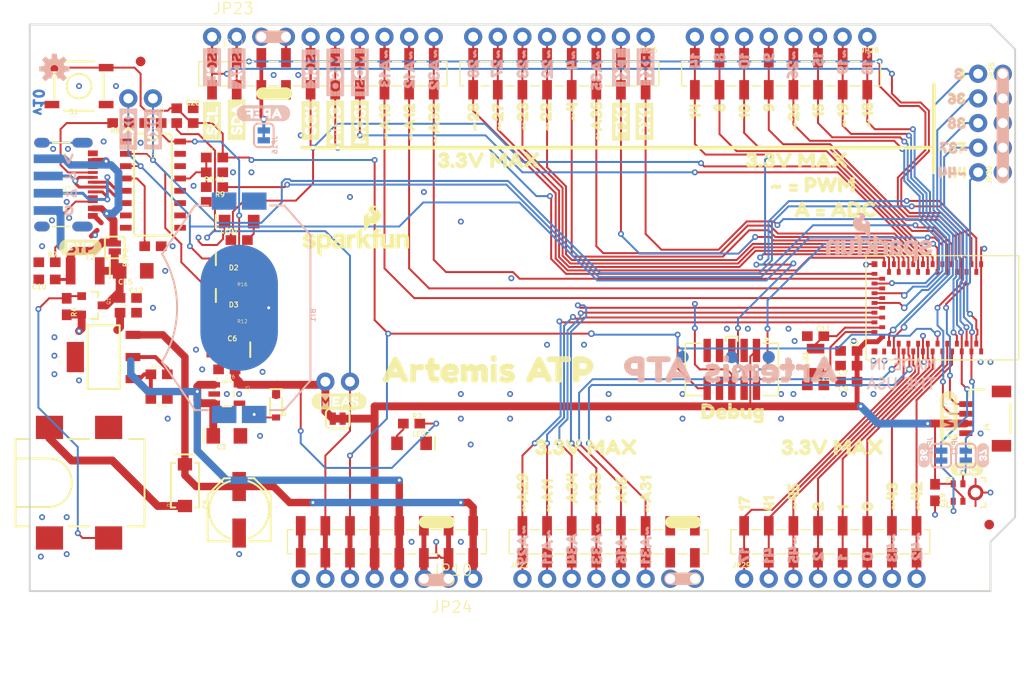
<source format=kicad_pcb>
(kicad_pcb (version 20211014) (generator pcbnew)
  (layers (0 "F.Cu" signal) (31 "B.Cu" signal) (34 "B.Paste" user) (35 "F.Paste" user) (36 "B.SilkS" user "B.Silkscreen") (37 "F.SilkS" user "F.Silkscreen") (38 "B.Mask" user) (39 "F.Mask" user) (44 "Edge.Cuts" user))
  (net 0 "")
  (net 1 "RXI-0")
  (net 2 "TXO-0")
  (net 3 "~{D7/MOSI}")
  (net 4 "~{D6/MISO}")
  (net 5 "~{D5/SCK}")
  (net 6 "5V")
  (net 7 "GND")
  (net 8 "3.3V")
  (net 9 "VIN")
  (net 10 "N$2")
  (net 11 "PWRIN")
  (net 12 "V_USB")
  (net 13 "VUSB")
  (net 14 "N$1")
  (net 15 "N$15")
  (net 16 "INSERT")
  (net 17 "~{DTR}")
  (net 18 "N$5")
  (net 19 "N$9")
  (net 20 "SHLD")
  (net 21 "D-")
  (net 22 "D+")
  (net 23 "N$6")
  (net 24 "CC2")
  (net 25 "CC1")
  (net 26 "~{RESET}")
  (net 27 "~{D25/RXI-1}")
  (net 28 "~{D24/TXO-1}")
  (net 29 "D40/SDA")
  (net 30 "~{D39/SCL}")
  (net 31 "~{AD33/SWO}")
  (net 32 "SWDIO")
  (net 33 "SWDCK")
  (net 34 "PDMDATA")
  (net 35 "PDMCLK")
  (net 36 "BOOT")
  (net 37 "VDD")
  (net 38 "V_BATT")
  (net 39 "N$7")
  (net 40 "N$8")
  (net 41 "~{AD31}")
  (net 42 "AD16")
  (net 43 "~{AD29}")
  (net 44 "~{AD11}")
  (net 45 "AD34")
  (net 46 "~{AD35}")
  (net 47 "~{D4}")
  (net 48 "~{D22}")
  (net 49 "~{D23}")
  (net 50 "~{D27}")
  (net 51 "~{D28}")
  (net 52 "~{AD32}")
  (net 53 "~{AD12}")
  (net 54 "~{AD13}")
  (net 55 "~{D42}")
  (net 56 "~{D43}")
  (net 57 "D38")
  (net 58 "N$10")
  (net 59 "D36")
  (net 60 "~{D37}")
  (net 61 "D14")
  (net 62 "D8")
  (net 63 "D10")
  (net 64 "D9")
  (net 65 "~{D26}")
  (net 66 "D15")
  (net 67 "~{D19}")
  (net 68 "~{D18}")
  (net 69 "D17")
  (net 70 "D41")
  (net 71 "~{D45}")
  (net 72 "D2")
  (net 73 "D1")
  (net 74 "D0")
  (net 75 "D3")
  (net 76 "~{D44}")
  (footprint "boardEagle:SCK9" (layer "F.Cu") (at 126.6571 88.2396 90)
    (fp_text reference "U$50" hide)
    (fp_text value "" hide)
  )
  (footprint "boardEagle:SDA0" (layer "F.Cu") (at 119.0371 88.2396 90)
    (fp_text reference "U$22" hide)
    (fp_text value "" hide)
  )
  (footprint "boardEagle:SPH0641LM4H-1_MICROPHONE" (layer "F.Cu") (at 194.2211 124.0536 90)
    (fp_text reference "E1")
    (fp_text value "SPH0641LM4H-1")
  )
  (footprint "boardEagle:3#3V_MAX2" (layer "F.Cu") (at 148.3741 119.3546)
    (fp_text reference "U$1" hide)
    (fp_text value "" hide)
  )
  (footprint "boardEagle:217" (layer "F.Cu") (at 178.9811 126.9746 90)
    (fp_text reference "U$56" hide)
    (fp_text value "" hide)
  )
  (footprint "boardEagle:0603" (layer "F.Cu") (at 113.7031 85.9536 180)
    (fp_text reference "R3")
    (fp_text value "100k")
  )
  (footprint "boardEagle:369" (layer "F.Cu") (at 191.3001 83.4136)
    (fp_text reference "U$57" hide)
    (fp_text value "" hide)
  )
  (footprint "boardEagle:0603" (layer "F.Cu") (at 182.1561 110.9726 180)
    (fp_text reference "C7")
    (fp_text value "10uF")
  )
  (footprint "boardEagle:FIDUCIAL-1X2" (layer "F.Cu") (at 109.1311 79.6036)
    (fp_text reference "JP9" hide)
    (fp_text value "FIDUCIAL1X2" hide)
  )
  (footprint "boardEagle:STAND-OFF" (layer "F.Cu") (at 111.6711 129.1336)
    (fp_text reference "JP3" hide)
    (fp_text value "STAND-OFF" hide)
  )
  (footprint "boardEagle:SMT-JUMPER_2_NC_TRACE_SILK" (layer "F.Cu") (at 129.4511 116.4336)
    (fp_text reference "JP12")
    (fp_text value "MEAS")
  )
  (footprint "boardEagle:SO016" (layer "F.Cu") (at 110.4011 92.3036 -90)
    (fp_text reference "U5")
    (fp_text value "CH340C")
  )
  (footprint "boardEagle:0603" (layer "F.Cu") (at 191.0461 124.0536 -90)
    (fp_text reference "C19")
    (fp_text value "0.1uF")
  )
  (footprint "boardEagle:STAND-OFF" (layer "F.Cu") (at 163.7411 96.1136)
    (fp_text reference "JP5" hide)
    (fp_text value "STAND-OFF" hide)
  )
  (footprint "boardEagle:SMT-JUMPER_2_NO_SILK" (layer "F.Cu") (at 106.4641 98.7806 -90)
    (fp_text reference "BYP0")
    (fp_text value "BYP")
  )
  (footprint "boardEagle:0603" (layer "F.Cu") (at 116.7511 94.0816)
    (fp_text reference "R9")
    (fp_text value "220k")
  )
  (footprint "boardEagle:SCL1" (layer "F.Cu") (at 116.4971 88.2396 90)
    (fp_text reference "U$18" hide)
    (fp_text value "" hide)
  )
  (footprint "boardEagle:1X05_NO_SILK" (layer "F.Cu") (at 195.4911 80.8736 -90)
    (fp_text reference "JP25")
    (fp_text value "")
  )
  (footprint "boardEagle:#3711" (layer "F.Cu") (at 190.2841 88.4936)
    (fp_text reference "U$23" hide)
    (fp_text value "" hide)
  )
  (footprint "boardEagle:CRYSTAL-SMD-3.2X1.5MM" (layer "F.Cu") (at 178.7271 110.4646 90)
    (fp_text reference "Y1")
    (fp_text value "32.768kHz")
  )
  (footprint "boardEagle:JST04_1MM_RA" (layer "F.Cu") (at 194.2211 116.4336 90)
    (fp_text reference "J4")
    (fp_text value "")
  )
  (footprint "boardEagle:0603" (layer "F.Cu") (at 110.4011 98.6536)
    (fp_text reference "C17")
    (fp_text value "10nF")
  )
  (footprint "boardEagle:#229" (layer "F.Cu") (at 150.9141 87.8586 90)
    (fp_text reference "U$21" hide)
    (fp_text value "" hide)
  )
  (footprint "boardEagle:STAND-OFF" (layer "F.Cu") (at 194.2211 129.1336)
    (fp_text reference "JP17" hide)
    (fp_text value "STAND-OFF" hide)
  )
  (footprint "boardEagle:SOD-323" (layer "F.Cu") (at 123.1011 115.1636 -90)
    (fp_text reference "D4")
    (fp_text value "3A/10V/280mV")
  )
  (footprint "boardEagle:#4314" (layer "F.Cu") (at 186.6011 126.9746 90)
    (fp_text reference "U$40" hide)
    (fp_text value "" hide)
  )
  (footprint "boardEagle:LED-1206" (layer "F.Cu") (at 119.2911 96.1136 180)
    (fp_text reference "LED1")
    (fp_text value "BLUE")
  )
  (footprint "boardEagle:0603" (layer "F.Cu") (at 111.0361 114.4016 180)
    (fp_text reference "R14")
    (fp_text value "715")
  )
  (footprint "boardEagle:MIC0" (layer "F.Cu") (at 192.5701 121.6406)
    (fp_text reference "U$62" hide)
    (fp_text value "" hide)
  )
  (footprint "boardEagle:93" (layer "F.Cu") (at 173.9011 85.8266 90)
    (fp_text reference "U$46" hide)
    (fp_text value "" hide)
  )
  (footprint "boardEagle:1X08_NO_SILK@1" (layer "F.Cu") (at 143.4211 132.9436 180)
    (fp_text reference "JP24")
    (fp_text value "")
  )
  (footprint "boardEagle:#187" (layer "F.Cu") (at 184.0611 87.4776 90)
    (fp_text reference "U$24" hide)
    (fp_text value "" hide)
  )
  (footprint "boardEagle:155" (layer "F.Cu") (at 178.9811 86.4616 90)
    (fp_text reference "U$55" hide)
    (fp_text value "" hide)
  )
  (footprint "boardEagle:3#3V_MAX2" (layer "F.Cu") (at 138.3411 89.7636)
    (fp_text reference "U$67" hide)
    (fp_text value "" hide)
  )
  (footprint "boardEagle:1X05_NO_SILK" (layer "F.Cu") (at 198.0311 91.0336 90)
    (fp_text reference "JP30")
    (fp_text value "")
  )
  (footprint "boardEagle:TACTILE_SWITCH_SMD_5.2MM" (layer "F.Cu") (at 102.7811 82.1436 180)
    (fp_text reference "S1")
    (fp_text value "")
  )
  (footprint "boardEagle:0603" (layer "F.Cu") (at 182.1561 109.4486)
    (fp_text reference "C2")
    (fp_text value "0.1uF")
  )
  (footprint "boardEagle:0603" (layer "F.Cu") (at 116.7511 89.5096)
    (fp_text reference "C8")
    (fp_text value "0.1uF")
  )
  (footprint "boardEagle:0603" (layer "F.Cu") (at 99.4791 102.0826 180)
    (fp_text reference "C10")
    (fp_text value "0.1uF")
  )
  (footprint "boardEagle:0603" (layer "F.Cu") (at 107.0991 85.9536 180)
    (fp_text reference "R8")
    (fp_text value "5.1k")
  )
  (footprint "boardEagle:LED-1206" (layer "F.Cu") (at 119.2911 103.7336 180)
    (fp_text reference "D3")
    (fp_text value "Yellow")
  )
  (footprint "boardEagle:PANASONIC_D" (layer "F.Cu") (at 119.2911 125.8316 90)
    (fp_text reference "C5")
    (fp_text value "47uF")
  )
  (footprint "boardEagle:140" (layer "F.Cu") (at 166.2811 86.5886 90)
    (fp_text reference "U$54" hide)
    (fp_text value "" hide)
  )
  (footprint "boardEagle:1X08_SMD_COMBINED_NC" (layer "F.Cu") (at 166.2811 129.1336)
    (fp_text reference "JP13" hide)
    (fp_text value "" hide)
  )
  (footprint "boardEagle:#48" (layer "F.Cu") (at 153.5811 86.8426 90)
    (fp_text reference "U$19" hide)
    (fp_text value "" hide)
  )
  (footprint "boardEagle:0603" (layer "F.Cu") (at 178.7271 113.0046)
    (fp_text reference "C13")
    (fp_text value "15pF")
  )
  (footprint "boardEagle:#A1315" (layer "F.Cu") (at 134.2771 88.8746 90)
    (fp_text reference "U$35" hide)
    (fp_text value "" hide)
  )
  (footprint "boardEagle:0603" (layer "F.Cu") (at 107.8611 105.5116)
    (fp_text reference "C4")
    (fp_text value "0.1uF")
  )
  (footprint "boardEagle:LED-1206" (layer "F.Cu") (at 119.2911 99.9236 180)
    (fp_text reference "D2")
    (fp_text value "GREEN")
  )
  (footprint "boardEagle:1X08_NO_SILK" (layer "F.Cu") (at 148.5011 132.9436)
    (fp_text reference "JP27")
    (fp_text value "")
  )
  (footprint "boardEagle:DEBUG2" (layer "F.Cu") (at 165.5191 115.6716)
    (fp_text reference "U$76" hide)
    (fp_text value "" hide)
  )
  (footprint "boardEagle:2X5-SMD-1.27MM" (layer "F.Cu") (at 170.0911 111.3536)
    (fp_text reference "J2" hide)
    (fp_text value "CORTEX_DEBUG" hide)
  )
  (footprint "boardEagle:FIDUCIAL-1X2" (layer "F.Cu") (at 196.6341 127.3556)
    (fp_text reference "JP8" hide)
    (fp_text value "FIDUCIAL1X2" hide)
  )
  (footprint "boardEagle:A_#_ADC6" (layer "F.Cu") (at 175.1711 94.8436)
    (fp_text reference "U$69" hide)
    (fp_text value "" hide)
  )
  (footprint "boardEagle:1X08_SMD_COMBINED_NC" (layer "F.Cu") (at 189.1411 129.1336)
    (fp_text reference "JP20" hide)
    (fp_text value "" hide)
  )
  (footprint "boardEagle:102" (layer "F.Cu") (at 171.3611 86.5886 90)
    (fp_text reference "U$51" hide)
    (fp_text value "" hide)
  )
  (footprint "boardEagle:0603" (layer "F.Cu") (at 178.7271 107.9246)
    (fp_text reference "C11")
    (fp_text value "15pF")
  )
  (footprint "boardEagle:#4518" (layer "F.Cu") (at 176.4411 126.9746 90)
    (fp_text reference "U$42" hide)
    (fp_text value "" hide)
  )
  (footprint "boardEagle:#A113" (layer "F.Cu") (at 151.0411 127.2286 90)
    (fp_text reference "U$29" hide)
    (fp_text value "" hide)
  )
  (footprint "boardEagle:LED-1206" (layer "F.Cu") (at 137.0711 118.9736)
    (fp_text reference "LED2")
    (fp_text value "GREEN")
  )
  (footprint "boardEagle:4119" (layer "F.Cu") (at 173.9011 126.9746 90)
    (fp_text reference "U$60" hide)
    (fp_text value "" hide)
  )
  (footprint "boardEagle:#2310" (layer "F.Cu") (at 148.5011 87.8586 90)
    (fp_text reference "U$25" hide)
    (fp_text value "" hide)
  )
  (footprint "boardEagle:0603" (layer "F.Cu") (at 101.5111 104.8766 -90)
    (fp_text reference "R4")
    (fp_text value "10k")
  )
  (footprint "boardEagle:81" (layer "F.Cu") (at 168.8211 85.8266 90)
    (fp_text reference "U$45" hide)
    (fp_text value "" hide)
  )
  (footprint "boardEagle:#196" (layer "F.Cu") (at 181.5211 87.4776 90)
    (fp_text reference "U$32" hide)
    (fp_text value "" hide)
  )
  (footprint "boardEagle:SFE_LOGO_NAME_.1" (layer "F.Cu") (at 131.3561 98.2726)
    (fp_text reference "JP1" hide)
    (fp_text value "SFE_LOGO_NAME.1_INCH" hide)
  )
  (footprint "boardEagle:1X10_SMD_COMBINED" (layer "F.Cu") (at 116.4971 80.8736)
    (fp_text reference "JP2")
    (fp_text value "")
  )
  (footprint "boardEagle:TX10" (layer "F.Cu") (at 158.6611 88.3666 90)
    (fp_text reference "U$72" hide)
    (fp_text value "" hide)
  )
  (footprint "boardEagle:SOT23-3" (layer "F.Cu") (at 104.0511 104.7496 -90)
    (fp_text reference "Q1")
    (fp_text value "2.5A/30V/105mΩ")
  )
  (footprint "boardEagle:1X08_NO_SILK" (layer "F.Cu") (at 184.0611 77.0636 180)
    (fp_text reference "JP28")
    (fp_text value "")
  )
  (footprint "boardEagle:#A332" (layer "F.Cu") (at 155.9941 127.2286 90)
    (fp_text reference "U$13" hide)
    (fp_text value "" hide)
  )
  (footprint "boardEagle:#A1214" (layer "F.Cu") (at 136.8171 88.8746 90)
    (fp_text reference "U$34" hide)
    (fp_text value "" hide)
  )
  (footprint "boardEagle:1210" (layer "F.Cu") (at 103.4161 101.1936)
    (fp_text reference "F2")
    (fp_text value "6V/2A" hide)
  )
  (footprint "boardEagle:#A357" (layer "F.Cu") (at 156.1211 88.8746 90)
    (fp_text reference "U$33" hide)
    (fp_text value "" hide)
  )
  (footprint "boardEagle:0603" (layer "F.Cu") (at 137.0711 116.9416)
    (fp_text reference "R2")
    (fp_text value "10k" hide)
  )
  (footprint "boardEagle:ATP1" (layer "F.Cu") (at 146.5961 111.3536)
    (fp_text reference "U$61" hide)
    (fp_text value "" hide)
  )
  (footprint "boardEagle:EIA3216" (layer "F.Cu") (at 108.3691 101.1936 180)
    (fp_text reference "C15")
    (fp_text value "10uF" hide)
  )
  (footprint "boardEagle:A160" (layer "F.Cu") (at 158.6611 126.2126 90)
    (fp_text reference "U$17" hide)
    (fp_text value "" hide)
  )
  (footprint "boardEagle:BYP0" (layer "F.Cu") (at 100.6221 98.7806)
    (fp_text reference "U$68" hide)
    (fp_text value "" hide)
  )
  (footprint "boardEagle:QWIIC_COPYRIGHT_SMALL" (layer "F.Cu") (at 192.4431 116.4336 90)
    (fp_text reference "U$9" hide)
    (fp_text value "" hide)
  )
  (footprint "boardEagle:1720" (layer "F.Cu") (at 171.3611 126.9746 90)
    (fp_text reference "U$58" hide)
    (fp_text value "" hide)
  )
  (footprint "boardEagle:0603" (layer "F.Cu") (at 113.7031 84.4296)
    (fp_text reference "C28")
    (fp_text value "1nF")
  )
  (footprint "boardEagle:#264" (layer "F.Cu") (at 176.4411 87.8586 90)
    (fp_text reference "U$37" hide)
    (fp_text value "" hide)
  )
  (footprint "boardEagle:STAND-OFF" (layer "F.Cu") (at 189.1411 80.8736)
    (fp_text reference "JP18" hide)
    (fp_text value "STAND-OFF" hide)
  )
  (footprint "boardEagle:STAND-OFF" (layer "F.Cu") (at 163.7411 124.0536)
    (fp_text reference "JP4" hide)
    (fp_text value "STAND-OFF" hide)
  )
  (footprint "boardEagle:EIA3216" (layer "F.Cu") (at 118.0211 109.3216)
    (fp_text reference "C6")
    (fp_text value "10uF" hide)
  )
  (footprint "boardEagle:RX11" (layer "F.Cu") (at 161.0741 88.2396 90)
    (fp_text reference "U$71" hide)
    (fp_text value "" hide)
  )
  (footprint "boardEagle:ARTEMIS_FP" (layer "F.Cu") (at 191.3001 105.0036)
    (fp_text reference "U4" hide)
    (fp_text value "ARTEMIS_MODULESMD" hide)
  )
  (footprint "boardEagle:0603" (layer "F.Cu") (at 119.2911 98.0186)
    (fp_text reference "R1")
    (fp_text value "4.7k")
  )
  (footprint "boardEagle:1X08_NO_SILK" (layer "F.Cu") (at 161.2011 77.0636 180)
    (fp_text reference "JP26")
    (fp_text value "")
  )
  (footprint "boardEagle:#2711" (layer "F.Cu") (at 145.9611 87.8586 90)
    (fp_text reference "U$26" hide)
    (fp_text value "" hide)
  )
  (footprint "boardEagle:#A310" (layer "F.Cu") (at 161.2011 127.2286 90)
    (fp_text reference "U$31" hide)
    (fp_text value "" hide)
  )
  (footprint "boardEagle:0603" (layer "F.Cu") (at 116.7511 91.0336 180)
    (fp_text reference "R5")
    (fp_text value " ")
  )
  (footprint "boardEagle:SMA-DIODE" (layer "F.Cu") (at 113.7031 123.2916 90)
    (fp_text reference "D1")
    (fp_text value "1A/40V/500mV")
  )
  (footprint "boardEagle:#A3213" (layer "F.Cu") (at 139.3571 89.1286 90)
    (fp_text reference "U$36" hide)
    (fp_text value "" hide)
  )
  (footprint "boardEagle:#4213" (layer "F.Cu") (at 189.1411 126.9746 90)
    (fp_text reference "U$39" hide)
    (fp_text value "" hide)
  )
  (footprint "boardEagle:0603" (layer "F.Cu") (at 119.2911 101.8286 180)
    (fp_text reference "R16")
    (fp_text value "4.7k")
  )
  (footprint "boardEagle:MOSI7" (layer "F.Cu") (at 131.7371 89.1286 90)
    (fp_text reference "U$48" hide)
    (fp_text value "" hide)
  )
  (footprint "boardEagle:#A294" (layer "F.Cu") (at 148.5011 127.2286 90)
    (fp_text reference "U$30" hide)
    (fp_text value "" hide)
  )
  (footprint "boardEagle:SFE_LOGO_FLAME_.1" (layer "F.Cu") (at 133.0071 95.7326)
    (fp_text reference "JP7" hide)
    (fp_text value "SFE_LOGO_FLAME.1_INCH" hide)
  )
  (footprint "boardEagle:CREATIVE_COMMONS" (layer "F.Cu") (at 115.4811 143.1036)
    (fp_text reference "FRAME3" hide)
    (fp_text value "FRAME-LEDGER" hide)
  )
  (footprint "boardEagle:STAND-OFF" (layer "F.Cu") (at 112.9411 80.8736)
    (fp_text reference "JP6" hide)
    (fp_text value "STAND-OFF" hide)
  )
  (footprint "boardEagle:3810" (layer "F.Cu") (at 191.3001 85.9536)
    (fp_text reference "U$59" hide)
    (fp_text value "" hide)
  )
  (footprint "boardEagle:ARTEMIS0" (layer "F.Cu") (at 131.7371 111.3536)
    (fp_text reference "U$14" hide)
    (fp_text value "" hide)
  )
  (footprint "boardEagle:0603" (layer "F.Cu") (at 110.4011 85.9536 180)
    (fp_text reference "C18")
    (fp_text value "0.1uF")
  )
  (footprint "boardEagle:1X02_NO_SILK" (layer "F.Cu") (at 130.7211 112.6236 180)
    (fp_text reference "J1")
    (fp_text value "")
  )
  (footprint "boardEagle:3#3V_MAX2" (layer "F.Cu") (at 173.7741 119.3546)
    (fp_text reference "U$65" hide)
    (fp_text value "" hide)
  )
  (footprint "boardEagle:MISO8" (layer "F.Cu") (at 129.1971 89.1286 90)
    (fp_text reference "U$47" hide)
    (fp_text value "" hide)
  )
  (footprint "boardEagle:1X02_NO_SILK" (layer "F.Cu") (at 110.4011 83.4136 180)
    (fp_text reference "J7")
    (fp_text value "")
  )
  (footprint "boardEagle:1X08_NO_SILK" (layer "F.Cu") (at 171.3611 132.9436)
    (fp_text reference "JP29")
    (fp_text value "")
  )
  (footprint "boardEagle:1X08_SMD_COMBINED_NC" (layer "F.Cu") (at 143.4211 80.8736 180)
    (fp_text reference "JP11" hide)
    (fp_text value "" hide)
  )
  (footprint "boardEagle:0603" (layer "F.Cu") (at 116.7511 92.5576)
    (fp_text reference "C1")
    (fp_text value "0.1uF")
  )
  (footprint "boardEagle:1X08_SMD_COMBINED_NC" (layer "F.Cu") (at 184.0611 80.8736)
    (fp_text reference "JP19" hide)
    (fp_text value "" hide)
  )
  (footprint "boardEagle:0603" (layer "F.Cu") (at 99.4791 100.3046)
    (fp_text reference "R7")
    (fp_text value "5.1k")
  )
  (footprint "boardEagle:USB-C-16P" (layer "F.Cu") (at 104.0511 92.3036 -90)
    (fp_text reference "J5")
    (fp_text value "USB-C" hide)
  )
  (footprint "boardEagle:#_#_PWM7" (layer "F.Cu") (at 172.6311 92.3036)
    (fp_text reference "U$66" hide)
    (fp_text value "" hide)
  )
  (footprint "boardEagle:MEAS3" (layer "F.Cu") (at 126.6571 114.6556)
    (fp_text reference "U$70" hide)
    (fp_text value "" hide)
  )
  (footprint "boardEagle:116" (layer "F.Cu") (at 181.5211 126.9746 90)
    (fp_text reference "U$52" hide)
    (fp_text value "" hide)
  )
  (footprint "boardEagle:1X10_NO_SILK@1" (layer "F.Cu") (at 116.4971 77.0636)
    (fp_text reference "JP23")
    (fp_text value "M10NO_SILK")
  )
  (footprint "boardEagle:A342" (layer "F.Cu") (at 153.5811 126.2126 90)
    (fp_text reference "U$38" hide)
    (fp_text value "" hide)
  )
  (footprint "boardEagle:1X08_SMD_COMBINED@1" (layer "F.Cu") (at 143.4211 129.1336 180)
    (fp_text reference "JP10")
    (fp_text value "")
  )
  (footprint "boardEagle:0603" (layer "F.Cu") (at 107.8611 103.9876)
    (fp_text reference "C12")
    (fp_text value "0.1uF" hide)
  )
  (footprint "boardEagle:3#3V_MAX2" (layer "F.Cu") (at 170.0911 89.7636)
    (fp_text reference "U$73" hide)
    (fp_text value "" hide)
  )
  (footprint "boardEagle:0603" (layer "F.Cu") (at 119.2911 105.6386 180)
    (fp_text reference "R12")
    (fp_text value "4.7k")
  )
  (footprint "boardEagle:POWER_JACK_SMD_OVERPASTE_TOE" (layer "F.Cu") (at 99.7331 123.0376)
    (fp_text reference "J3" hide)
    (fp_text value "POWER_JACKTOE" hide)
  )
  (footprint "boardEagle:SOT223-ALT1" (layer "F.Cu") (at 105.3211 110.0836 90)
    (fp_text reference "IC3")
    (fp_text value "LM1117")
  )
  (footprint "boardEagle:0603" (layer "F.Cu") (at 118.0211 111.3536 180)
    (fp_text reference "C16")
    (fp_text value "1.0uF")
  )
  (footprint "boardEagle:#4412" (layer "F.Cu") (at 190.2841 91.0336)
    (fp_text reference "U$41" hide)
    (fp_text value "" hide)
  )
  (footprint "boardEagle:38" (layer "F.Cu") (at 192.1891 80.8736)
    (fp_text reference "U$44" hide)
    (fp_text value "" hide)
  )
  (footprint "boardEagle:0603" (layer "F.Cu") (at 182.1561 112.6236 180)
    (fp_text reference "C9")
    (fp_text value "1.0uF")
  )
  (footprint "boardEagle:0603" (layer "F.Cu") (at 111.0361 111.8616)
    (fp_text reference "R15")
    (fp_text value "240")
  )
  (footprint "boardEagle:SOT23-5" (layer "F.Cu") (at 118.0211 113.8936 -90)
    (fp_text reference "U3")
    (fp_text value "AP2112-3.3V")
  )
  (footprint "boardEagle:EIA3216" (layer "F.Cu") (at 118.0211 118.2116 180)
    (fp_text reference "C3")
    (fp_text value "10uF")
  )
  (footprint "boardEagle:015" (layer "F.Cu") (at 184.0611 126.9746 90)
    (fp_text reference "U$43" hide)
    (fp_text value "" hide)
  )
  (footprint "boardEagle:#2812" (layer "F.Cu") (at 143.4211 87.8586 90)
    (fp_text reference "U$27" hide)
    (fp_text value "" hide)
  )
  (footprint "boardEagle:155" (layer "B.Cu") (at 178.9811 77.5716 -90)
    (fp_text reference "U$87" hide)
    (fp_text value "" hide)
  )
  (footprint "boardEagle:SMT-JUMPER_2_NC_TRACE_SILK" (layer "B.Cu") (at 194.2211 120.2436 -90)
    (fp_text reference "JP22")
    (fp_text value "")
  )
  (footprint "boardEagle:#4314" (layer "B.Cu") (at 186.6011 127.2286 -90)
    (fp_text reference "U$80" hide)
    (fp_text value "" hide)
  )
  (footprint "boardEagle:015" (layer "B.Cu") (at 184.0611 129.1336 -90)
    (fp_text reference "U$79" hide)
    (fp_text value "" hide)
  )
  (footprint "boardEagle:#A1214" (layer "B.Cu") (at 136.8171 77.4446 -90)
    (fp_text reference "U$102" hide)
    (fp_text value "" hide)
  )
  (footprint "boardEagle:#A3213" (layer "B.Cu") (at 139.3571 77.3176 -90)
    (fp_text reference "U$101" hide)
    (fp_text value "" hide)
  )
  (footprint "boardEagle:217" (layer "B.Cu") (at 178.9811 129.1336 -90)
    (fp_text reference "U$77" hide)
    (fp_text value "" hide)
  )
  (footprint "boardEagle:#A357" (layer "B.Cu") (at 156.1211 77.4446 -90)
    (fp_text reference "U$95" hide)
    (fp_text value "" hide)
  )
  (footprint "boardEagle:G1" (layer "B.Cu") (at 103.1621 94.9706 180)
    (fp_text reference "U$11" hide)
    (fp_text value "" hide)
  )
  (footprint "boardEagle:369" (layer "B.Cu") (at 195.2371 83.4136 180)
    (fp_text reference "U$91" hide)
    (fp_text value "" hide)
  )
  (footprint "boardEagle:#187" (layer "B.Cu") (at 184.0611 77.3176 -90)
    (fp_text reference "U$89" hide)
    (fp_text value "" hide)
  )
  (footprint "boardEagle:SCL1" (layer "B.Cu") (at 116.4971 77.6986 -90)
    (fp_text reference "U$108" hide)
    (fp_text value "" hide)
  )
  (footprint "boardEagle:SCK9" (layer "B.Cu") (at 126.6571 77.8256 -90)
    (fp_text reference "U$106" hide)
    (fp_text value "" hide)
  )
  (footprint "boardEagle:#48" (layer "B.Cu") (at 153.5811 77.4446 -90)
    (fp_text reference "U$96" hide)
    (fp_text value "" hide)
  )
  (footprint "boardEagle:#A1315" (layer "B.Cu") (at 134.2771 77.3176 -90)
    (fp_text reference "U$103" hide)
    (fp_text value "" hide)
  )
  (footprint "boardEagle:3810" (layer "B.Cu") (at 195.2371 85.9536 180)
    (fp_text reference "U$92" hide)
    (fp_text value "" hide)
  )
  (footprint "boardEagle:#4518" (layer "B.Cu") (at 176.4411 127.4826 -90)
    (fp_text reference "U$75" hide)
    (fp_text value "" hide)
  )
  (footprint "boardEagle:D#4" (layer "B.Cu") (at 103.1621 91.4146 180)
    (fp_text reference "U$10" hide)
    (fp_text value "" hide)
  )
  (footprint "boardEagle:PAD.03X.05" (layer "B.Cu") (at 165.0111 110.0836 180)
    (fp_text reference "TP3" hide)
    (fp_text value "" hide)
  )
  (footprint "boardEagle:#A294" (layer "B.Cu") (at 148.5011 126.3396 -90)
    (fp_text reference "U$109" hide)
    (fp_text value "" hide)
  )
  (footprint "boardEagle:116" (layer "B.Cu") (at 181.5211 129.3876 -90)
    (fp_text reference "U$78" hide)
    (fp_text value "" hide)
  )
  (footprint "boardEagle:USB-SOLDER-PADS" (layer "B.Cu") (at 99.6061 92.3036 180)
    (fp_text reference "JP14" hide)
    (fp_text value "USB_SOLDER_PADS" hide)
  )
  (footprint "boardEagle:364" (layer "B.Cu") (at 189.9031 121.5136 90)
    (fp_text reference "U$63" hide)
    (fp_text value "" hide)
  )
  (footprint "boardEagle:MISO8" (layer "B.Cu") (at 129.1971 77.6986 -90)
    (fp_text reference "U$105" hide)
    (fp_text value "" hide)
  )
  (footprint "boardEagle:93" (layer "B.Cu") (at 173.9011 77.6986 -90)
    (fp_text reference "U$85" hide)
    (fp_text value "" hide)
  )
  (footprint "boardEagle:#A310" (layer "B.Cu") (at 161.2011 126.4666 -90)
    (fp_text reference "U$114" hide)
    (fp_text value "" hide)
  )
  (footprint "boardEagle:#2711" (layer "B.Cu") (at 145.8341 77.3176 -90)
    (fp_text reference "U$100" hide)
    (fp_text value "" hide)
  )
  (footprint "boardEagle:SDA0" (layer "B.Cu") (at 119.0371 77.6986 -90)
    (fp_text reference "U$107" hide)
    (fp_text value "" hide)
  )
  (footprint "boardEagle:#229" (layer "B.Cu") (at 151.0411 77.3176 -90)
    (fp_text reference "U$97" hide)
    (fp_text value "" hide)
  )
  (footprint "boardEagle:4119" (layer "B.Cu") (at 173.9011 128.7526 -90)
    (fp_text reference "U$74" hide)
    (fp_text value "" hide)
  )
  (footprint "boardEagle:A342" (layer "B.Cu") (at 153.5811 127.2286 -90)
    (fp_text reference "U$111" hide)
    (fp_text value "" hide)
  )
  (footprint "boardEagle:A160" (layer "B.Cu") (at 158.6611 127.6096 -90)
    (fp_text reference "U$113" hide)
    (fp_text value "" hide)
  )
  (footprint "boardEagle:SMT-JUMPER_2_NC_TRACE_SILK" (layer "B.Cu") (at 121.8311 87.2236 90)
    (fp_text reference "JP16")
    (fp_text value "")
  )
  (footprint "boardEagle:RX01" (layer "B.Cu") (at 110.4011 89.2556 90)
    (fp_text reference "U$49" hide)
    (fp_text value "" hide)
  )
  (footprint "boardEagle:SFE_LOGO_NAME_FLAME_.1" (layer "B.Cu") (at 185.2041 98.9076 180)
    (fp_text reference "LOGO1" hide)
    (fp_text value "SFE_LOGO_NAME_FLAME.1_INCH" hide)
  )
  (footprint "boardEagle:373" (layer "B.Cu") (at 195.9991 121.5136 90)
    (fp_text reference "U$64" hide)
    (fp_text value "" hide)
  )
  (footprint "boardEagle:1720" (layer "B.Cu") (at 171.3611 128.7526 -90)
    (fp_text reference "U$3" hide)
    (fp_text value "" hide)
  )
  (footprint "boardEagle:81" (layer "B.Cu") (at 168.8211 77.6986 -90)
    (fp_text reference "U$83" hide)
    (fp_text value "" hide)
  )
  (footprint "boardEagle:#2310" (layer "B.Cu") (at 148.5011 77.3176 -90)
    (fp_text reference "U$98" hide)
    (fp_text value "" hide)
  )
  (footprint "boardEagle:#3711" (layer "B.Cu") (at 195.4911 88.4936 180)
    (fp_text reference "U$93" hide)
    (fp_text value "" hide)
  )
  (footprint "boardEagle:#2812" (layer "B.Cu") (at 143.4211 77.3176 -90)
    (fp_text reference "U$99" hide)
    (fp_text value "" hide)
  )
  (footprint "boardEagle:OSHW-LOGO-S" (layer "B.Cu") (at 100.2411 80.3656 180)
    (fp_text reference "U$16" hide)
    (fp_text value "OSHW-LOGOS" hide)
  )
  (footprint "boardEagle:#4213" (layer "B.Cu") (at 189.1411 127.1016 -90)
    (fp_text reference "U$81" hide)
    (fp_text value "" hide)
  )
  (footprint "boardEagle:#A113" (layer "B.Cu") (at 151.0411 126.8476 -90)
    (fp_text reference "U$110" hide)
    (fp_text value "" hide)
  )
  (footprint "boardEagle:MOSI7" (layer "B.Cu") (at 131.7371 77.6986 -90)
    (fp_text reference "U$104" hide)
    (fp_text value "" hide)
  )
  (footprint "boardEagle:SMT-JUMPER_2_NC_TRACE_SILK" (layer "B.Cu") (at 191.6811 120.2436 -90)
    (fp_text reference "JP21")
    (fp_text value "")
  )
  (footprint "boardEagle:#4412" (layer "B.Cu") (at 195.3641 91.0336 180)
    (fp_text reference "U$94" hide)
    (fp_text value "" hide)
  )
  (footprint "boardEagle:BATTCON_20MM_4LEGS_OVERPASTE" (layer "B.Cu") (at 119.2911 105.0036 90)
    (fp_text reference "BT1")
    (fp_text value "CR2032")
  )
  (footprint "boardEagle:TX00" (layer "B.Cu") (at 107.8611 89.2556 90)
    (fp_text reference "U$53" hide)
    (fp_text value "" hide)
  )
  (footprint "boardEagle:#A332" (layer "B.Cu") (at 156.1211 126.2126 -90)
    (fp_text reference "U$112" hide)
    (fp_text value "" hide)
  )
  (footprint "boardEagle:102" (layer "B.Cu") (at 171.3611 77.6986 -90)
    (fp_text reference "U$84" hide)
    (fp_text value "" hide)
  )
  (footprint "boardEagle:#264" (layer "B.Cu") (at 176.3141 77.4446 -90)
    (fp_text reference "U$86" hide)
    (fp_text value "" hide)
  )
  (footprint "boardEagle:38" (layer "B.Cu") (at 194.9831 80.8736 180)
    (fp_text reference "U$90" hide)
    (fp_text value "" hide)
  )
  (footprint "boardEagle:140" (layer "B.Cu") (at 166.2811 77.6986 -90)
    (fp_text reference "U$82" hide)
    (fp_text value "" hide)
  )
  (footprint "boardEagle:RX11" (layer "B.Cu") (at 161.2011 77.6986 -90)
    (fp_text reference "U$115" hide)
    (fp_text value "" hide)
  )
  (footprint "boardEagle:PAD.03X.05" (layer "B.Cu") (at 170.0911 110.0836 90)
    (fp_text reference "TP1" hide)
    (fp_text value "" hide)
  )
  (footprint "boardEagle:D#3" (layer "B.Cu") (at 103.2891 93.1926 180)
    (fp_text reference "U$2" hide)
    (fp_text value "" hide)
  )
  (footprint "boardEagle:ATP1" (layer "B.Cu") (at 168.1861 111.3536 180)
    (fp_text reference "U$28" hide)
    (fp_text value "" hide)
  )
  (footprint "boardEagle:MADEINUSA#PNG" (layer "B.Cu") (at 187.6171 111.8616 180)
    (fp_text reference "U$4" hide)
    (fp_text value "" hide)
  )
  (footprint "boardEagle:ARTEMIS0" (layer "B.Cu") (at 183.2991 111.3536 180)
    (fp_text reference "U$15" hide)
    (fp_text value "" hide)
  )
  (footprint "boardEagle:V0" (layer "B.Cu") (at 103.1621 89.6366 180)
    (fp_text reference "U$12" hide)
    (fp_text value "" hide)
  )
  (footprint "boardEagle:DUMMY" (layer "B.Cu") (at 134.5311 110.0836 -90)
    (fp_text reference "FRAME2" hide)
    (fp_text value "FRAME-LETTERNO_PACKAGE" hide)
  )
  (footprint "boardEagle:PAD.03X.05" (layer "B.Cu") (at 173.9011 110.0836 90)
    (fp_text reference "TP2" hide)
    (fp_text value "" hide)
  )
  (footprint "boardEagle:TX10" (layer "B.Cu") (at 158.6611 77.6986 -90)
    (fp_text reference "U$116" hide)
    (fp_text value "" hide)
  )
  (footprint "boardEagle:#196" (layer "B.Cu") (at 181.5211 77.3176 -90)
    (fp_text reference "U$88" hide)
    (fp_text value "" hide)
  )
  (footprint "boardEagle:AREF2" (layer "B.Cu") (at 124.6251 84.9376 180)
    (fp_text reference "U$20" hide)
    (fp_text value "" hide)
  )
  (gr_line (start 198.0311 91.5416) (end 198.0311 80.8736) (layer "B.SilkS") (width 1.27))
  (gr_line (start 138.3411 133.0706) (end 140.7541 133.0706) (layer "B.SilkS") (width 1.27))
  (gr_line (start 163.7411 132.9436) (end 166.1541 132.9436) (layer "B.SilkS") (width 1.27))
  (gr_line (start 123.9901 77.0636) (end 121.5771 77.0636) (layer "B.SilkS") (width 1.27))
  (gr_line (start 190.9191 91.0336) (end 190.9191 81.9546) (layer "F.SilkS") (width 0.381))
  (gr_line (start 140.8811 133.0706) (end 138.4681 133.0706) (layer "F.SilkS") (width 1.27))
  (gr_line (start 124.1171 82.9056) (end 121.7041 82.9056) (layer "F.SilkS") (width 1.27))
  (gr_line (start 125.7681 88.4936) (end 190.9191 88.4936) (layer "F.SilkS") (width 0.381))
  (gr_line (start 166.2811 132.9436) (end 163.8681 132.9436) (layer "F.SilkS") (width 1.27))
  (gr_line (start 140.8811 127.1016) (end 138.4681 127.1016) (layer "F.SilkS") (width 1.27))
  (gr_line (start 123.9901 77.0636) (end 121.5771 77.0636) (layer "F.SilkS") (width 1.27))
  (gr_line (start 198.0311 91.5416) (end 198.0311 80.8736) (layer "F.SilkS") (width 1.27))
  (gr_line (start 166.2811 127.1016) (end 163.8681 127.1016) (layer "F.SilkS") (width 1.27))
  (gr_line (start 196.7611 75.7936) (end 199.3011 78.3336) (layer "Edge.Cuts") (width 0.2032))
  (gr_line (start 196.7611 129.1336) (end 196.7611 134.2136) (layer "Edge.Cuts") (width 0.2032))
  (gr_line (start 97.7011 134.2136) (end 97.7011 75.7936) (layer "Edge.Cuts") (width 0.2032))
  (gr_line (start 199.3011 78.3336) (end 199.3011 126.5936) (layer "Edge.Cuts") (width 0.2032))
  (gr_line (start 196.7611 134.2136) (end 97.7011 134.2136) (layer "Edge.Cuts") (width 0.2032))
  (gr_line (start 97.7011 75.7936) (end 196.7611 75.7936) (layer "Edge.Cuts") (width 0.2032))
  (gr_line (start 199.3011 126.5936) (end 196.7611 129.1336) (layer "Edge.Cuts") (width 0.2032))
  (gr_text "v10" (at 98.5901 83.7946 -90) (layer "B.Cu") (effects (font (size 1.016 1.016) (thickness 0.254)) (justify mirror)))
  (segment (start 107.6011 89.1286) (end 109.7661 89.1286) (width 0.1778) (layer "F.Cu") (net 1))
  (segment (start 111.6711 91.0336) (end 111.6711 96.775388) (width 0.2032) (layer "F.Cu") (net 1))
  (segment (start 110.4011 89.7636) (end 111.6711 91.0336) (width 0.2032) (layer "F.Cu") (net 1))
  (segment (start 111.6711 96.775388) (end 113.3251 98.429388) (width 0.2032) (layer "F.Cu") (net 1))
  (segment (start 113.3251 100.3076) (end 116.7511 103.7336) (width 0.2032) (layer "F.Cu") (net 1))
  (segment (start 188.6455 94.5436) (end 191.529068 94.5436) (width 0.2032) (layer "F.Cu") (net 1))
  (segment (start 109.7661 89.1286) (end 110.4011 89.7636) (width 0.1778) (layer "F.Cu") (net 1))
  (segment (start 194.8001 100.5036) (end 194.8001 97.814632) (width 0.2032) (layer "F.Cu") (net 1))
  (segment (start 194.8001 97.814632) (end 191.529068 94.5436) (width 0.2032) (layer "F.Cu") (net 1))
  (segment (start 116.7511 103.7336) (end 117.7911 103.7336) (width 0.2032) (layer "F.Cu") (net 1))
  (segment (start 113.3251 98.429388) (end 113.3251 100.3076) (width 0.2032) (layer "F.Cu") (net 1))
  (via (at 188.6455 94.5436) (size 0.6096) (drill 0.3048) (layers "F.Cu" "B.Cu") (net 1))
  (via (at 110.4011 89.7636) (size 0.6096) (drill 0.3048) (layers "F.Cu" "B.Cu") (net 1))
  (segment (start 123.6853 94.1324) (end 121.5771 96.2406) (width 0.2032) (layer "B.Cu") (net 1))
  (segment (start 174.2313 100.098632) (end 172.906565 101.423366) (width 0.2032) (layer "B.Cu") (net 1))
  (segment (start 175.935262 94.5436) (end 174.2313 96.247563) (width 0.2032) (layer "B.Cu") (net 1))
  (segment (start 147.0142 91.9226) (end 124.653368 91.9226) (width 0.2032) (layer "B.Cu") (net 1))
  (segment (start 124.653368 91.9226) (end 124.475568 91.7448) (width 0.2032) (layer "B.Cu") (net 1))
  (segment (start 172.906565 101.423366) (end 156.514965 101.423366) (width 0.2032) (layer "B.Cu") (net 1))
  (segment (start 156.514965 101.423366) (end 147.0142 91.9226) (width 0.2032) (layer "B.Cu") (net 1))
  (segment (start 188.6455 94.5436) (end 175.935262 94.5436) (width 0.2032) (layer "B.Cu") (net 1))
  (segment (start 124.012631 91.7448) (end 123.6853 92.072132) (width 0.2032) (layer "B.Cu") (net 1))
  (segment (start 174.2313 96.247563) (end 174.2313 100.098632) (width 0.2032) (layer "B.Cu") (net 1))
  (segment (start 123.6853 92.072132) (end 123.6853 94.1324) (width 0.2032) (layer "B.Cu") (net 1))
  (segment (start 124.475568 91.7448) (end 124.012631 91.7448) (width 0.2032) (layer "B.Cu") (net 1))
  (segment (start 121.5771 96.2406) (end 116.8781 96.2406) (width 0.2032) (layer "B.Cu") (net 1))
  (segment (start 110.4011 83.4136) (end 110.4011 89.7636) (width 0.2032) (layer "B.Cu") (net 1))
  (segment (start 116.8781 96.2406) (end 110.4011 89.7636) (width 0.2032) (layer "B.Cu") (net 1))
  (segment (start 191.8001 100.5036) (end 191.8001 98.558532) (width 0.2032) (layer "F.Cu") (net 2))
  (segment (start 107.6011 90.3986) (end 109.1311 90.3986) (width 0.1778) (layer "F.Cu") (net 2))
  (segment (start 115.4811 99.9236) (end 114.2111 98.6536) (width 0.2032) (layer "F.Cu") (net 2))
  (segment (start 191.8001 98.558532) (end 191.006168 97.7646) (width 0.2032) (layer "F.Cu") (net 2))
  (segment (start 191.006168 97.7646) (end 190.2841 97.7646) (width 0.2032) (layer "F.Cu") (net 2))
  (segment (start 117.7911 99.9236) (end 115.4811 99.9236) (width 0.2032) (layer "F.Cu") (net 2))
  (via (at 109.1311 90.3986) (size 0.6096) (drill 0.3048) (layers "F.Cu" "B.Cu") (net 2))
  (via (at 190.2841 97.7646) (size 0.6096) (drill 0.3048) (layers "F.Cu" "B.Cu") (net 2))
  (via (at 114.2111 98.6536) (size 0.6096) (drill 0.3048) (layers "F.Cu" "B.Cu") (net 2))
  (segment (start 138.28015 94.14255) (end 135.8011 96.6216) (width 0.2032) (layer "B.Cu") (net 2))
  (segment (start 135.8011 96.6216) (end 114.2111 96.6216) (width 0.2032) (layer "B.Cu") (net 2))
  (segment (start 114.2111 96.6216) (end 114.2111 98.6536) (width 0.2032) (layer "B.Cu") (net 2))
  (segment (start 148.18615 94.14255) (end 138.28015 94.14255) (width 0.2032) (layer "B.Cu") (net 2))
  (segment (start 109.1311 90.3986) (end 114.2111 95.4786) (width 0.2032) (layer "B.Cu") (net 2))
  (segment (start 156.2278 102.1842) (end 148.18615 94.14255) (width 0.2032) (layer "B.Cu") (net 2))
  (segment (start 173.659531 102.1842) (end 156.2278 102.1842) (width 0.2032) (layer "B.Cu") (net 2))
  (segment (start 107.8611 89.1286) (end 109.1311 90.3986) (width 0.2032) (layer "B.Cu") (net 2))
  (segment (start 178.079131 97.7646) (end 173.659531 102.1842) (width 0.2032) (layer "B.Cu") (net 2))
  (segment (start 107.8611 83.4136) (end 107.8611 89.1286) (width 0.2032) (layer "B.Cu") (net 2))
  (segment (start 190.2841 97.7646) (end 178.079131 97.7646) (width 0.2032) (layer "B.Cu") (net 2))
  (segment (start 114.2111 95.4786) (end 114.2111 96.6216) (width 0.2032) (layer "B.Cu") (net 2))
  (segment (start 131.7371 82.5236) (end 131.7371 87.2236) (width 0.2032) (layer "F.Cu") (net 3))
  (segment (start 189.8001 100.5036) (end 189.8001 99.794663) (width 0.2032) (layer "F.Cu") (net 3))
  (segment (start 181.039037 91.0336) (end 166.2811 91.0336) (width 0.2032) (layer "F.Cu") (net 3))
  (segment (start 131.7371 79.2236) (end 131.7371 82.5236) (width 0.2032) (layer "F.Cu") (net 3))
  (segment (start 189.8001 99.794663) (end 181.039037 91.0336) (width 0.2032) (layer "F.Cu") (net 3))
  (segment (start 131.7371 79.2236) (end 131.7371 77.0636) (width 0.254) (layer "F.Cu") (net 3))
  (via (at 166.2811 91.0336) (size 0.6096) (drill 0.3048) (layers "F.Cu" "B.Cu") (net 3))
  (via (at 131.7371 87.2236) (size 0.6096) (drill 0.3048) (layers "F.Cu" "B.Cu") (net 3))
  (segment (start 166.2811 91.0336) (end 148.5011 91.0336) (width 0.2032) (layer "B.Cu") (net 3))
  (segment (start 148.5011 91.0336) (end 144.6911 87.2236) (width 0.2032) (layer "B.Cu") (net 3))
  (segment (start 131.7371 87.2236) (end 144.6911 87.2236) (width 0.2032) (layer "B.Cu") (net 3))
  (segment (start 153.0021 101.5036) (end 151.463175 99.964675) (width 0.2032) (layer "F.Cu") (net 4))
  (segment (start 151.463175 93.614675) (end 151.463175 99.964675) (width 0.2032) (layer "F.Cu") (net 4))
  (segment (start 129.1971 88.2396) (end 129.4511 88.4936) (width 0.2032) (layer "F.Cu") (net 4))
  (segment (start 129.1971 79.2236) (end 129.1971 82.5236) (width 0.2032) (layer "F.Cu") (net 4))
  (segment (start 184.8001 101.5036) (end 153.0021 101.5036) (width 0.2032) (layer "F.Cu") (net 4))
  (segment (start 151.463175 93.614675) (end 151.336175 93.487675) (width 0.2032) (layer "F.Cu") (net 4))
  (segment (start 129.1971 79.2236) (end 129.1971 77.0636) (width 0.254) (layer "F.Cu") (net 4))
  (segment (start 129.1971 82.5236) (end 129.1971 88.2396) (width 0.2032) (layer "F.Cu") (net 4))
  (via (at 129.4511 88.4936) (size 0.6096) (drill 0.3048) (layers "F.Cu" "B.Cu") (net 4))
  (via (at 151.336175 93.487675) (size 0.6096) (drill 0.3048) (layers "F.Cu" "B.Cu") (net 4))
  (segment (start 149.939175 93.487675) (end 144.9451 88.4936) (width 0.2032) (layer "B.Cu") (net 4))
  (segment (start 151.336175 93.487675) (end 149.939175 93.487675) (width 0.2032) (layer "B.Cu") (net 4))
  (segment (start 129.4511 88.4936) (end 144.9451 88.4936) (width 0.2032) (layer "B.Cu") (net 4))
  (segment (start 118.6451 96.918813) (end 118.6451 95.1086) (width 0.2032) (layer "F.Cu") (net 5))
  (segment (start 126.6571 88.2396) (end 126.9111 88.4936) (width 0.2032) (layer "F.Cu") (net 5))
  (segment (start 126.6571 82.5236) (end 126.6571 88.2396) (width 0.2032) (layer "F.Cu") (net 5))
  (segment (start 125.1331 93.9546) (end 126.9111 92.1766) (width 0.2032) (layer "F.Cu") (net 5))
  (segment (start 190.3001 101.3036) (end 190.3001 99.791763) (width 0.2032) (layer "F.Cu") (net 5))
  (segment (start 166.9161 90.0938) (end 167.2463 90.424) (width 0.2032) (layer "F.Cu") (net 5))
  (segment (start 126.9111 92.1766) (end 126.9111 88.4936) (width 0.2032) (layer "F.Cu") (net 5))
  (segment (start 126.6571 79.2236) (end 126.6571 77.0636) (width 0.254) (layer "F.Cu") (net 5))
  (segment (start 119.7991 93.9546) (end 125.1331 93.9546) (width 0.2032) (layer "F.Cu") (net 5))
  (segment (start 126.6571 82.5236) (end 126.6571 79.2236) (width 0.254) (layer "F.Cu") (net 5))
  (segment (start 180.932337 90.424) (end 167.2463 90.424) (width 0.2032) (layer "F.Cu") (net 5))
  (segment (start 190.3001 99.791763) (end 180.932337 90.424) (width 0.2032) (layer "F.Cu") (net 5))
  (segment (start 118.6451 95.1086) (end 119.7991 93.9546) (width 0.2032) (layer "F.Cu") (net 5))
  (segment (start 118.4411 97.122813) (end 118.6451 96.918813) (width 0.2032) (layer "F.Cu") (net 5))
  (segment (start 118.4411 98.0186) (end 118.4411 97.122813) (width 0.2032) (layer "F.Cu") (net 5))
  (via (at 126.9111 88.4936) (size 0.6096) (drill 0.3048) (layers "F.Cu" "B.Cu") (net 5))
  (via (at 166.9161 90.0938) (size 0.6096) (drill 0.3048) (layers "F.Cu" "B.Cu") (net 5))
  (segment (start 166.9161 90.0938) (end 166.7891 89.9668) (width 0.2032) (layer "B.Cu") (net 5))
  (segment (start 166.7891 89.9668) (end 148.5722 89.9668) (width 0.2032) (layer "B.Cu") (net 5))
  (segment (start 144.6352 86.0298) (end 129.3749 86.0298) (width 0.2032) (layer "B.Cu") (net 5))
  (segment (start 129.3749 86.0298) (end 126.9111 88.4936) (width 0.2032) (layer "B.Cu") (net 5))
  (segment (start 148.5722 89.9668) (end 144.6352 86.0298) (width 0.2032) (layer "B.Cu") (net 5))
  (segment (start 103.0511 107.1346) (end 102.7811 107.4046) (width 0.8128) (layer "F.Cu") (net 6))
  (segment (start 116.721 114.8436) (end 115.2881 114.8436) (width 0.8128) (layer "F.Cu") (net 6))
  (segment (start 135.8011 127.4836) (end 135.8011 122.7836) (width 0.762) (layer "F.Cu") (net 6))
  (segment (start 110.6551 110.0836) (end 108.3411 110.0836) (width 0.4064) (layer "F.Cu") (net 6))
  (segment (start 107.0111 105.5116) (end 107.0111 106.9966) (width 0.8128) (layer "F.Cu") (net 6))
  (segment (start 115.1611 112.9436) (end 114.9731 113.1316) (width 0.8128) (layer "F.Cu") (net 6))
  (segment (start 135.8011 130.7836) (end 135.8011 132.9436) (width 0.762) (layer "F.Cu") (net 6))
  (segment (start 111.8861 111.3146) (end 110.6551 110.0836) (width 0.4064) (layer "F.Cu") (net 6))
  (segment (start 114.9731 114.5286) (end 114.9731 113.6396) (width 0.8128) (layer "F.Cu") (net 6))
  (segment (start 135.8011 130.7836) (end 135.8011 127.4836) (width 0.762) (layer "F.Cu") (net 6))
  (segment (start 103.0511 105.6996) (end 101.5381 105.6996) (width 0.8128) (layer "F.Cu") (net 6))
  (segment (start 111.8861 111.8616) (end 111.8861 111.3146) (width 0.4064) (layer "F.Cu") (net 6))
  (segment (start 116.6211 118.2116) (end 116.6211 114.9435) (width 0.8128) (layer "F.Cu") (net 6))
  (segment (start 107.0111 106.9966) (end 106.7181 107.2896) (width 0.8128) (layer "F.Cu") (net 6))
  (segment (start 101.5381 105.6996) (end 101.5111 105.7266) (width 0.8128) (layer "F.Cu") (net 6))
  (segment (start 103.0511 105.6996) (end 103.0511 107.1346) (width 0.8128) (layer "F.Cu") (net 6))
  (segment (start 116.6211 114.9435) (end 116.721 114.8436) (width 0.508) (layer "F.Cu") (net 6))
  (segment (start 114.9731 113.1316) (end 114.9731 113.6396) (width 0.8128) (layer "F.Cu") (net 6))
  (segment (start 115.2881 114.8436) (end 114.9731 114.5286) (width 0.8128) (layer "F.Cu") (net 6))
  (segment (start 116.721 112.9436) (end 115.1611 112.9436) (width 0.8128) (layer "F.Cu") (net 6))
  (via (at 135.8011 122.7836) (size 0.6096) (drill 0.3048) (layers "F.Cu" "B.Cu") (net 6))
  (via (at 100.2411 111.8496) (size 0.6096) (drill 0.3048) (layers "F.Cu" "B.Cu") (net 6))
  (via (at 100.2411 108.0396) (size 0.6096) (drill 0.3048) (layers "F.Cu" "B.Cu") (net 6))
  (via (at 102.7811 107.4046) (size 0.6096) (drill 0.3048) (layers "F.Cu" "B.Cu") (net 6))
  (via (at 114.9731 113.6396) (size 0.6096) (drill 0.3048) (layers "F.Cu" "B.Cu") (net 6))
  (via (at 100.2411 109.9446) (size 0.6096) (drill 0.3048) (layers "F.Cu" "B.Cu") (net 6))
  (via (at 102.7811 112.4846) (size 0.6096) (drill 0.3048) (layers "F.Cu" "B.Cu") (net 6))
  (segment (start 118.0211 122.7836) (end 114.9731 119.7356) (width 0.762) (layer "B.Cu") (net 6))
  (segment (start 135.8011 122.7836) (end 118.0211 122.7836) (width 0.762) (layer "B.Cu") (net 6))
  (segment (start 108.1151 111.8616) (end 108.1151 110.4646) (width 0.762) (layer "B.Cu") (net 6))
  (segment (start 114.9731 113.6396) (end 109.8931 113.6396) (width 0.762) (layer "B.Cu") (net 6))
  (segment (start 109.8931 113.6396) (end 108.1151 111.8616) (width 0.762) (layer "B.Cu") (net 6))
  (segment (start 114.9731 119.7356) (end 114.9731 113.6396) (width 0.762) (layer "B.Cu") (net 6))
  (segment (start 139.7391 130.7836) (end 139.9286 130.5941) (width 0.2032) (layer "F.Cu") (net 7))
  (segment (start 138.3411 130.7836) (end 138.3411 132.9436) (width 0.762) (layer "F.Cu") (net 7))
  (segment (start 195.2211 124.7036) (end 195.2211 125.4506) (width 0.2032) (layer "F.Cu") (net 7))
  (segment (start 115.4811 98.5266) (end 115.1001 98.1456) (width 0.2032) (layer "F.Cu") (net 7))
  (segment (start 195.2211 123.4036) (end 194.9981 123.4036) (width 0.2032) (layer "F.Cu") (net 7))
  (segment (start 140.1181 130.7836) (end 140.8811 130.7836) (width 0.2032) (layer "F.Cu") (net 7))
  (segment (start 195.8711 124.0536) (end 195.8711 124.3086) (width 0.2032) (layer "F.Cu") (net 7))
  (segment (start 195.8711 123.7986) (end 195.4761 123.4036) (width 0.2032) (layer "F.Cu") (net 7))
  (segment (start 117.7911 96.1136) (end 117.7911 97.259388) (width 0.2032) (layer "F.Cu") (net 7))
  (segment (start 139.6111 130.2766) (end 139.9286 130.5941) (width 0.2032) (layer "F.Cu") (net 7))
  (segment (start 189.8031 107.8916) (end 189.8031 109.5006) (width 0.2032) (layer "F.Cu") (net 7))
  (segment (start 117.7911 97.259388) (end 117.6371 97.413388) (width 0.2032) (layer "F.Cu") (net 7))
  (segment (start 194.9981 123.4036) (end 194.5866 123.8151) (width 0.2032) (layer "F.Cu") (net 7))
  (segment (start 191.0461 124.9036) (end 191.0461 126.3396) (width 0.2032) (layer "F.Cu") (net 7))
  (segment (start 124.1171 77.0636) (end 121.5771 77.0636) (width 0.254) (layer "F.Cu") (net 7))
  (segment (start 195.8711 124.0536) (end 196.7611 124.0536) (width 0.2032) (layer "F.Cu") (net 7))
  (segment (start 139.9286 130.5941) (end 140.1181 130.7836) (width 0.2032) (layer "F.Cu") (net 7))
  (segment (start 117.6371 97.413388) (end 117.6371 97.8946) (width 0.2032) (layer "F.Cu") (net 7))
  (segment (start 184.8001 100.5036) (end 183.9891 100.5036) (width 0.2032) (layer "F.Cu") (net 7))
  (segment (start 104.6433 97.020088) (end 104.0511 97.612288) (width 0.508) (layer "F.Cu") (net 7))
  (segment (start 195.8001 109.5036) (end 195.8001 100.5036) (width 0.2032) (layer "F.Cu") (net 7))
  (segment (start 189.8001 110.4886) (end 189.9031 110.5916) (width 0.2032) (layer "F.Cu") (net 7))
  (segment (start 195.8001 100.5036) (end 195.8001 98.7736) (width 0.2032) (layer "F.Cu") (net 7))
  (segment (start 194.5711 124.2766) (end 194.5711 124.0536) (width 0.2032) (layer "F.Cu") (net 7))
  (segment (start 183.9891 100.5036) (end 183.9341 100.5586) (width 0.2032) (layer "F.Cu") (net 7))
  (segment (start 139.6111 130.2766) (end 139.6111 129.1336) (width 0.2032) (layer "F.Cu") (net 7))
  (segment (start 189.8001 109.5036) (end 189.8001 110.4886) (width 0.2032) (layer "F.Cu") (net 7))
  (segment (start 124.1171 79.2236) (end 124.1171 77.0636) (width 0.254) (layer "F.Cu") (net 7))
  (segment (start 194.5866 124.0381) (end 194.5711 124.0536) (width 0.2032) (layer "F.Cu") (net 7))
  (segment (start 104.3551 95.5286) (end 105.0671 96.2406) (width 0.508) (layer "F.Cu") (net 7))
  (segment (start 117.6371 97.8946) (end 117.0051 98.5266) (width 0.2032) (layer "F.Cu") (net 7))
  (segment (start 195.2211 123.4036) (end 195.2211 122.6566) (width 0.2032) (layer "F.Cu") (net 7))
  (segment (start 138.3411 130.7836) (end 139.7391 130.7836) (width 0.2032) (layer "F.Cu") (net 7))
  (segment (start 117.0051 98.5266) (end 115.4811 98.5266) (width 0.2032) (layer "F.Cu") (net 7))
  (segment (start 194.9981 124.7036) (end 194.5711 124.2766) (width 0.2032) (layer "F.Cu") (net 7))
  (segment (start 194.5866 123.8151) (end 194.5866 124.0381) (width 0.2032) (layer "F.Cu") (net 7))
  (segment (start 195.4761 124.7036) (end 195.2211 124.7036) (width 0.2032) (layer "F.Cu") (net 7))
  (segment (start 195.8711 124.3086) (end 195.4761 124.7036) (width 0.2032) (layer "F.Cu") (net 7))
  (segment (start 140.8811 130.7836) (end 140.8811 132.9436) (width 0.762) (layer "F.Cu") (net 7))
  (segment (start 115.1001 98.1456) (end 115.1001 97.7646) (width 0.2032) (layer "F.Cu") (net 7))
  (segment (start 189.8031 109.5006) (end 189.8001 109.5036) (width 0.2032) (layer "F.Cu") (net 7))
  (segment (start 195.8711 123.7986) (end 195.8711 124.0536) (width 0.2032) (layer "F.Cu") (net 7))
  (segment (start 195.2211 124.7036) (end 194.9981 124.7036) (width 0.2032) (layer "F.Cu") (net 7))
  (segment (start 195.2211 123.4036) (end 195.4761 123.4036) (width 0.2032) (layer "F.Cu") (net 7))
  (via (at 110.4011 105.0036) (size 0.6096) (drill 0.3048) (layers "F.Cu" "B.Cu") (net 7))
  (via (at 125.3871 81.0006) (size 0.6096) (drill 0.3048) (layers "F.Cu" "B.Cu") (net 7))
  (via (at 175.1711 116.4336) (size 0.6096) (drill 0.3048) (layers "F.Cu" "B.Cu") (net 7))
  (via (at 115.4811 111.3536) (size 0.6096) (drill 0.3048) (layers "F.Cu" "B.Cu") (net 7))
  (via (at 106.5911 82.1436) (size 0.6096) (drill 0.3048) (layers "F.Cu" "B.Cu") (net 7))
  (via (at 121.4501 118.2116) (size 0.6096) (drill 0.3048) (layers "F.Cu" "B.Cu") (net 7))
  (via (at 139.6111 129.1336) (size 0.6096) (drill 0.3048) (layers "F.Cu" "B.Cu") (net 7))
  (via (at 111.9251 116.4336) (size 0.6096) (drill 0.3048) (layers "F.Cu" "B.Cu") (net 7))
  (via (at 101.5111 130.4036) (size 0.6096) (drill 0.3048) (layers "F.Cu" "B.Cu") (net 7))
  (via (at 157.3911 113.8936) (size 0.6096) (drill 0.3048) (layers "F.Cu" "B.Cu") (net 7))
  (via (at 171.7421 107.1626) (size 0.6096) (drill 0.3048) (layers "F.Cu" "B.Cu") (net 7))
  (via (at 195.7451 117.9576) (size 0.6096) (drill 0.3048) (layers "F.Cu" "B.Cu") (net 7))
  (via (at 157.3911 116.4336) (size 0.6096) (drill 0.3048) (layers "F.Cu" "B.Cu") (net 7))
  (via (at 181.6481 113.8936) (size 0.6096) (drill 0.3048) (layers "F.Cu" "B.Cu") (net 7))
  (via (at 137.0711 129.1336) (size 0.6096) (drill 0.3048) (layers "F.Cu" "B.Cu") (net 7))
  (via (at 119.2911 113.8936) (size 0.6096) (drill 0.3048) (layers "F.Cu" "B.Cu") (net 7))
  (via (at 112.4331 98.6536) (size 0.6096) (drill 0.3048) (layers "F.Cu" "B.Cu") (net 7))
  (via (at 118.0211 113.8936) (size 0.6096) (drill 0.3048) (layers "F.Cu" "B.Cu") (net 7))
  (via (at 165.0111 113.8936) (size 0.6096) (drill 0.3048) (layers "F.Cu" "B.Cu") (net 7))
  (via (at 114.5921 92.4306) (size 0.6096) (drill 0.3048) (layers "F.Cu" "B.Cu") (net 7))
  (via (at 183.9341 100.5586) (size 0.6096) (drill 0.3048) (layers "F.Cu" "B.Cu") (net 7))
  (via (at 142.1511 116.4336) (size 0.6096) (drill 0.3048) (layers "F.Cu" "B.Cu") (net 7))
  (via (at 114.8461 109.3216) (size 0.6096) (drill 0.3048) (layers "F.Cu" "B.Cu") (net 7))
  (via (at 111.6711 101.1936) (size 0.6096) (drill 0.3048) (layers "F.Cu" "B.Cu") (net 7))
  (via (at 101.5111 126.5936) (size 0.6096) (drill 0.3048) (layers "F.Cu" "B.Cu") (net 7))
  (via (at 109.1311 87.9856) (size 0.6096) (drill 0.3048) (layers "F.Cu" "B.Cu") (net 7))
  (via (at 176.5681 108.4326) (size 0.6096) (drill 0.3048) (layers "F.Cu" "B.Cu") (net 7))
  (via (at 125.6411 87.2236) (size 0.6096) (drill 0.3048) (layers "F.Cu" "B.Cu") (net 7))
  (via (at 191.0461 126.3396) (size 0.6096) (drill 0.3048) (layers "F.Cu" "B.Cu") (net 7))
  (via (at 184.6961 113.8936) (size 0.6096) (drill 0.3048) (layers "F.Cu" "B.Cu") (net 7))
  (via (at 119.2911 130.4036) (size 0.6096) (drill 0.3048) (layers "F.Cu" "B.Cu") (net 7))
  (via (at 175.1711 113.8936) (size 0.6096) (drill 0.3048) (layers "F.Cu" "B.Cu") (net 7))
  (via (at 142.1511 113.8936) (size 0.6096) (drill 0.3048) (layers "F.Cu" "B.Cu") (net 7))
  (via (at 142.1511 129.1336) (size 0.6096) (drill 0.3048) (layers "F.Cu" "B.Cu") (net 7))
  (via (at 98.9711 98.6536) (size 0.6096) (drill 0.3048) (layers "F.Cu" "B.Cu") (net 7))
  (via (at 195.7451 110.5916) (size 0.6096) (drill 0.3048) (layers "F.Cu" "B.Cu") (net 7))
  (via (at 196.7611 110.5916) (size 0.6096) (drill 0.3048) (layers "F.Cu" "B.Cu") (net 7))
  (via (at 118.6561 91.0336) (size 0.6096) (drill 0.3048) (layers "F.Cu" "B.Cu") (net 7))
  (via (at 151.0411 108.8136) (size 0.6096) (drill 0.3048) (layers "F.Cu" "B.Cu") (net 7))
  (via (at 147.3581 101.9556) (size 0.6096) (drill 0.3048) (layers "F.Cu" "B.Cu") (net 7))
  (via (at 142.1511 96.1136) (size 0.6096) (drill 0.3048) (layers "F.Cu" "B.Cu") (net 7))
  (via (at 176.4411 113.8936) (size 0.6096) (drill 0.3048) (layers "F.Cu" "B.Cu") (net 7))
  (via (at 169.5831 107.1626) (size 0.6096) (drill 0.3048) (layers "F.Cu" "B.Cu") (net 7))
  (via (at 115.1001 97.7646) (size 0.6096) (drill 0.3048) (layers "F.Cu" "B.Cu") (net 7))
  (via (at 154.8511 108.8136) (size 0.6096) (drill 0.3048) (layers "F.Cu" "B.Cu") (net 7))
  (via (at 196.7611 124.0536) (size 0.6096) (drill 0.3048) (layers "F.Cu" "B.Cu") (net 7))
  (via (at 98.8441 130.6576) (size 0.6096) (drill 0.3048) (layers "F.Cu" "B.Cu") (net 7))
  (via (at 104.4321 97.5106) (size 0.6096) (drill 0.3048) (layers "F.Cu" "B.Cu") (net 7))
  (via (at 147.2311 116.4336) (size 0.6096) (drill 0.3048) (layers "F.Cu" "B.Cu") (net 7))
  (via (at 122.3391 105.0036) (size 0.6096) (drill 0.3048) (layers "F.Cu" "B.Cu") (net 7))
  (via (at 143.1671 119.1006) (size 0.6096) (drill 0.3048) (layers "F.Cu" "B.Cu") (net 7))
  (via (at 105.3211 87.8586) (size 0.6096) (drill 0.3048) (layers "F.Cu" "B.Cu") (net 7))
  (via (at 189.8031 107.8916) (size 0.6096) (drill 0.3048) (layers "F.Cu" "B.Cu") (net 7))
  (via (at 185.8391 110.4646) (size 0.6096) (drill 0.3048) (layers "F.Cu" "B.Cu") (net 7))
  (via (at 98.9711 126.5936) (size 0.6096) (drill 0.3048) (layers "F.Cu" "B.Cu") (net 7))
  (via (at 120.5611 91.0336) (size 0.6096) (drill 0.3048) (layers "F.Cu" "B.Cu") (net 7))
  (via (at 130.7211 93.5736) (size 0.6096) (drill 0.3048) (layers "F.Cu" "B.Cu") (net 7))
  (via (at 102.7811 82.1436) (size 0.6096) (drill 0.3048) (layers "F.Cu" "B.Cu") (net 7))
  (via (at 165.0111 116.4336) (size 0.6096) (drill 0.3048) (layers "F.Cu" "B.Cu") (net 7))
  (via (at 147.2311 113.8936) (size 0.6096) (drill 0.3048) (layers "F.Cu" "B.Cu") (net 7))
  (via (at 196.1261 98.9076) (size 0.6096) (drill 0.3048) (layers "F.Cu" "B.Cu") (net 7))
  (via (at 184.6961 110.4646) (size 0.6096) (drill 0.3048) (layers "F.Cu" "B.Cu") (net 7))
  (via (at 121.7041 111.6076) (size 0.6096) (drill 0.3048) (layers "F.Cu" "B.Cu") (net 7))
  (via (at 122.8471 81.0006) (size 0.6096) (drill 0.3048) (layers "F.Cu" "B.Cu") (net 7))
  (via (at 182.6641 108.4326) (size 0.6096) (drill 0.3048) (layers "F.Cu" "B.Cu") (net 7))
  (via (at 138.3411 93.0656) (size 0.6096) (drill 0.3048) (layers "F.Cu" "B.Cu") (net 7))
  (via (at 189.9031 110.5916) (size 0.6096) (drill 0.3048) (layers "F.Cu" "B.Cu") (net 7))
  (via (at 175.9331 107.1626) (size 0.6096) (drill 0.3048) (layers "F.Cu" "B.Cu") (net 7))
  (segment (start 99.6061 94.9706) (end 100.4951 94.9706) (width 0.8128) (layer "B.Cu") (net 7))
  (segment (start 100.4951 94.9706) (end 100.8761 95.3516) (width 0.8128) (layer "B.Cu") (net 7))
  (segment (start 100.8761 95.3516) (end 100.8761 98.6536) (width 0.8128) (layer "B.Cu") (net 7))
  (segment (start 118.8711 112.2036) (end 119.2911 112.6236) (width 0.8128) (layer "F.Cu") (net 8))
  (segment (start 123.1011 113.0706) (end 123.2281 112.9436) (width 0.8128) (layer "F.Cu") (net 8))
  (segment (start 111.2511 85.9536) (end 111.2511 87.0576) (width 0.2032) (layer "F.Cu") (net 8))
  (segment (start 118.4411 104.9646) (end 118.7831 104.6226) (width 0.2032) (layer "F.Cu") (net 8))
  (segment (start 119.2911 95.4786) (end 119.2911 100.3046) (width 0.2032) (layer "F.Cu") (net 8))
  (segment (start 125.6411 112.9436) (end 127.8611 112.9436) (width 0.8128) (layer "F.Cu") (net 8))
  (segment (start 118.7831 104.6226) (end 118.7831 102.7176) (width 0.2032) (layer "F.Cu") (net 8))
  (segment (start 119.4211 109.3216) (end 119.4211 110.4616) (width 0.8128) (layer "F.Cu") (net 8))
  (segment (start 119.3212 112.9436) (end 123.2281 112.9436) (width 0.8128) (layer "F.Cu") (net 8))
  (segment (start 111.2511 87.0576) (end 112.0521 87.8586) (width 0.2032) (layer "F.Cu") (net 8))
  (segment (start 113.2011 87.8586) (end 114.7191 87.8586) (width 0.2032) (layer "F.Cu") (net 8))
  (segment (start 118.7831 102.7176) (end 118.4411 102.3756) (width 0.2032) (layer "F.Cu") (net 8))
  (segment (start 119.4211 109.3216) (end 119.4211 107.4196) (width 0.2032) (layer "F.Cu") (net 8))
  (segment (start 118.4411 102.3756) (end 118.4411 101.8286) (width 0.2032) (layer "F.Cu") (net 8))
  (segment (start 118.4411 106.4396) (end 118.4411 105.6386) (width 0.2032) (layer "F.Cu") (net 8))
  (segment (start 118.4411 101.1546) (end 118.4411 101.8286) (width 0.2032) (layer "F.Cu") (net 8))
  (segment (start 119.2911 112.9135) (end 119.3212 112.9436) (width 0.508) (layer "F.Cu") (net 8))
  (segment (start 128.1811 115.6716) (end 128.1811 112.6236) (width 0.8128) (layer "F.Cu") (net 8))
  (segment (start 118.8711 111.3536) (end 118.8711 112.2036) (width 0.8128) (layer "F.Cu") (net 8))
  (segment (start 128.9431 116.4336) (end 128.1811 115.6716) (width 0.8128) (layer "F.Cu") (net 8))
  (segment (start 119.2911 112.6236) (end 119.2911 112.9135) (width 0.8128) (layer "F.Cu") (net 8))
  (segment (start 118.8711 111.3536) (end 118.8711 111.0116) (width 0.8128) (layer "F.Cu") (net 8))
  (segment (start 137.9211 116.9416) (end 139.6111 116.9416) (width 0.2032) (layer "F.Cu") (net 8))
  (segment (start 119.4211 110.4616) (end 118.8711 111.0116) (width 0.8128) (layer "F.Cu") (net 8))
  (segment (start 127.8611 112.9436) (end 128.1811 112.6236) (width 0.8128) (layer "F.Cu") (net 8))
  (segment (start 125.6411 117.7036) (end 125.6411 112.9436) (width 0.2032) (layer "F.Cu") (net 8))
  (segment (start 112.0521 87.8586) (end 113.2011 87.8586) (width 0.2032) (layer "F.Cu") (net 8))
  (segment (start 123.2281 112.9436) (end 125.6411 112.9436) (width 0.8128) (layer "F.Cu") (net 8))
  (segment (start 123.1011 114.0136) (end 123.1011 113.0706) (width 0.8128) (layer "F.Cu") (net 8))
  (segment (start 118.4411 105.6386) (end 118.4411 104.9646) (width 0.2032) (layer "F.Cu") (net 8))
  (segment (start 128.9431 116.4336) (end 129.8321 116.4336) (width 0.8128) (layer "F.Cu") (net 8))
  (segment (start 119.4211 107.4196) (end 118.4411 106.4396) (width 0.2032) (layer "F.Cu") (net 8))
  (segment (start 119.2911 100.3046) (end 118.4411 101.1546) (width 0.2032) (layer "F.Cu") (net 8))
  (via (at 114.7191 87.8586) (size 0.6096) (drill 0.3048) (layers "F.Cu" "B.Cu") (net 8))
  (via (at 119.2911 95.4786) (size 0.6096) (drill 0.3048) (layers "F.Cu" "B.Cu") (net 8))
  (via (at 125.6411 117.7036) (size 0.6096) (drill 0.3048) (layers "F.Cu" "B.Cu") (net 8))
  (via (at 139.6111 116.9416) (size 0.6096) (drill 0.3048) (layers "F.Cu" "B.Cu") (net 8))
  (segment (start 135.0391 121.5136) (end 128.1811 121.5136) (width 0.2032) (layer "B.Cu") (net 8))
  (segment (start 139.6111 116.9416) (end 135.0391 121.5136) (width 0.2032) (layer "B.Cu") (net 8))
  (segment (start 119.2911 89.7636) (end 119.2911 95.4786) (width 0.2032) (layer "B.Cu") (net 8))
  (segment (start 117.3861 87.8586) (end 114.7191 87.8586) (width 0.2032) (layer "B.Cu") (net 8))
  (segment (start 117.3861 87.8586) (end 119.2911 89.7636) (width 0.2032) (layer "B.Cu") (net 8))
  (segment (start 128.1811 121.5136) (end 125.6411 118.9736) (width 0.2032) (layer "B.Cu") (net 8))
  (segment (start 125.6411 118.9736) (end 125.6411 117.7036) (width 0.2032) (layer "B.Cu") (net 8))
  (segment (start 119.2911 123.4316) (end 122.8421 123.4316) (width 0.762) (layer "F.Cu") (net 9))
  (segment (start 143.4211 130.7836) (end 143.4211 127.4836) (width 0.762) (layer "F.Cu") (net 9))
  (segment (start 114.8591 123.4316) (end 113.7031 122.2756) (width 0.762) (layer "F.Cu") (net 9))
  (segment (start 124.4931 125.0826) (end 126.8981 125.0826) (width 0.762) (layer "F.Cu") (net 9))
  (segment (start 143.4211 127.4836) (end 143.4211 125.5776) (width 0.762) (layer "F.Cu") (net 9))
  (segment (start 142.9131 125.0696) (end 142.9001 125.0826) (width 0.762) (layer "F.Cu") (net 9))
  (segment (start 113.7031 110.0786) (end 111.4196 107.7951) (width 0.762) (layer "F.Cu") (net 9))
  (segment (start 119.2911 123.4316) (end 114.8591 123.4316) (width 0.762) (layer "F.Cu") (net 9))
  (segment (start 108.3411 107.7951) (end 111.4196 107.7951) (width 0.762) (layer "F.Cu") (net 9))
  (segment (start 143.4211 125.5776) (end 142.9131 125.0696) (width 0.762) (layer "F.Cu") (net 9))
  (segment (start 113.7031 121.1416) (end 113.7031 110.0786) (width 0.762) (layer "F.Cu") (net 9))
  (segment (start 113.7031 122.2756) (end 113.7031 121.1416) (width 0.762) (layer "F.Cu") (net 9))
  (segment (start 142.9001 125.0826) (end 142.1381 125.0826) (width 0.762) (layer "F.Cu") (net 9))
  (segment (start 143.4211 130.7836) (end 143.4211 132.9436) (width 0.762) (layer "F.Cu") (net 9))
  (segment (start 122.8421 123.4316) (end 124.4931 125.0826) (width 0.762) (layer "F.Cu") (net 9))
  (via (at 126.8981 125.0826) (size 0.6096) (drill 0.3048) (layers "F.Cu" "B.Cu") (net 9))
  (via (at 142.1381 125.0826) (size 0.6096) (drill 0.3048) (layers "F.Cu" "B.Cu") (net 9))
  (segment (start 126.8981 125.0826) (end 142.1381 125.0826) (width 0.762) (layer "B.Cu") (net 9))
  (segment (start 136.2211 116.9416) (end 136.2211 117.5376) (width 0.2032) (layer "F.Cu") (net 10))
  (segment (start 136.2211 117.5376) (end 135.5711 118.1876) (width 0.2032) (layer "F.Cu") (net 10))
  (segment (start 135.5711 118.1876) (end 135.5711 118.9736) (width 0.2032) (layer "F.Cu") (net 10))
  (segment (start 99.7331 118.4656) (end 102.0191 120.7516) (width 0.8128) (layer "F.Cu") (net 11))
  (segment (start 106.2101 120.7516) (end 102.0191 120.7516) (width 0.8128) (layer "F.Cu") (net 11))
  (segment (start 99.7331 117.3376) (end 99.7331 118.4656) (width 0.8128) (layer "F.Cu") (net 11))
  (segment (start 113.7031 125.4416) (end 110.9001 125.4416) (width 0.8128) (layer "F.Cu") (net 11))
  (segment (start 110.9001 125.4416) (end 106.2101 120.7516) (width 0.8128) (layer "F.Cu") (net 11))
  (segment (start 105.5751 104.7496) (end 106.3371 103.9876) (width 0.8128) (layer "F.Cu") (net 12))
  (segment (start 106.4641 99.3902) (end 106.4641 100.6886) (width 0.8128) (layer "F.Cu") (net 12))
  (segment (start 106.9691 103.3556) (end 106.3371 103.9876) (width 0.8128) (layer "F.Cu") (net 12))
  (segment (start 106.9691 101.1936) (end 106.4641 100.6886) (width 0.8128) (layer "F.Cu") (net 12))
  (segment (start 105.1511 104.7496) (end 105.5751 104.7496) (width 0.8128) (layer "F.Cu") (net 12))
  (segment (start 104.9161 101.1936) (end 106.9691 101.1936) (width 0.8128) (layer "F.Cu") (net 12))
  (segment (start 106.4641 99.187) (end 106.4641 99.3902) (width 0.254) (layer "F.Cu") (net 12))
  (segment (start 106.3371 103.9876) (end 107.0111 103.9876) (width 0.8128) (layer "F.Cu") (net 12))
  (segment (start 106.9691 101.1936) (end 106.9691 103.3556) (width 0.8128) (layer "F.Cu") (net 12))
  (segment (start 102.3065 99.1282) (end 104.305225 99.1282) (width 0.8128) (layer "F.Cu") (net 13))
  (segment (start 105.1041 94.7536) (end 105.6386 95.2881) (width 0.635) (layer "F.Cu") (net 13))
  (segment (start 106.4641 98.2726) (end 105.160825 98.2726) (width 0.8128) (layer "F.Cu") (net 13))
  (segment (start 106.3371 98.2472) (end 106.3371 95.9866) (width 0.8128) (layer "F.Cu") (net 13))
  (segment (start 101.6381 101.4716) (end 101.9161 101.1936) (width 0.3048) (layer "F.Cu") (net 13))
  (segment (start 100.3291 102.0826) (end 101.6381 102.0826) (width 0.3048) (layer "F.Cu") (net 13))
  (segment (start 104.2051 89.8536) (end 105.5381 89.8536) (width 0.635) (layer "F.Cu") (net 13))
  (segment (start 106.3371 95.9866) (end 105.6386 95.2881) (width 0.8128) (layer "F.Cu") (net 13))
  (segment (start 104.305225 99.1282) (end 105.160825 98.2726) (width 0.8128) (layer "F.Cu") (net 13))
  (segment (start 106.4641 98.3742) (end 106.4641 98.2726) (width 0.254) (layer "F.Cu") (net 13))
  (segment (start 106.4641 98.3742) (end 106.3371 98.2472) (width 0.254) (layer "F.Cu") (net 13))
  (segment (start 105.5381 89.8536) (end 105.5751 89.8906) (width 0.762) (layer "F.Cu") (net 13))
  (segment (start 104.2051 94.7536) (end 105.1041 94.7536) (width 0.635) (layer "F.Cu") (net 13))
  (segment (start 101.6381 102.0826) (end 101.6381 101.4716) (width 0.3048) (layer "F.Cu") (net 13))
  (segment (start 101.9161 101.1936) (end 101.9161 99.5186) (width 0.8128) (layer "F.Cu") (net 13))
  (segment (start 101.9161 99.5186) (end 102.3065 99.1282) (width 0.8128) (layer "F.Cu") (net 13))
  (via (at 105.6386 95.2881) (size 0.6096) (drill 0.3048) (layers "F.Cu" "B.Cu") (net 13))
  (via (at 105.5751 89.8906) (size 0.6096) (drill 0.3048) (layers "F.Cu" "B.Cu") (net 13))
  (segment (start 99.6061 89.6366) (end 101.2571 89.6366) (width 0.762) (layer "B.Cu") (net 13))
  (segment (start 101.2571 89.6366) (end 101.8925 90.272) (width 0.762) (layer "B.Cu") (net 13))
  (segment (start 106.8451 91.0336) (end 106.8451 94.7166) (width 0.8128) (layer "B.Cu") (net 13))
  (segment (start 105.6386 95.2881) (end 106.2736 95.2881) (width 0.8128) (layer "B.Cu") (net 13))
  (segment (start 106.0835 90.272) (end 106.8451 91.0336) (width 0.762) (layer "B.Cu") (net 13))
  (segment (start 101.8925 90.272) (end 105.5751 90.272) (width 0.762) (layer "B.Cu") (net 13))
  (segment (start 105.5751 89.8906) (end 105.5751 90.272) (width 0.762) (layer "B.Cu") (net 13))
  (segment (start 106.8451 94.7166) (end 106.2736 95.2881) (width 0.8128) (layer "B.Cu") (net 13))
  (segment (start 105.5751 90.272) (end 106.0835 90.272) (width 0.762) (layer "B.Cu") (net 13))
  (segment (start 120.7911 97.3686) (end 120.7911 96.1136) (width 0.2032) (layer "F.Cu") (net 14))
  (segment (start 120.1411 98.0186) (end 120.7911 97.3686) (width 0.2032) (layer "F.Cu") (net 14))
  (segment (start 108.3411 112.3543) (end 109.0194 112.3543) (width 0.4064) (layer "F.Cu") (net 15))
  (segment (start 109.0194 112.3543) (end 109.5121 111.8616) (width 0.4064) (layer "F.Cu") (net 15))
  (segment (start 110.1861 114.4016) (end 110.1861 111.8616) (width 0.4064) (layer "F.Cu") (net 15))
  (segment (start 109.5121 111.8616) (end 110.1861 111.8616) (width 0.4064) (layer "F.Cu") (net 15))
  (segment (start 103.1471 128.7376) (end 102.6541 128.2446) (width 0.2032) (layer "F.Cu") (net 16))
  (segment (start 103.0511 103.7996) (end 101.7381 103.7996) (width 0.2032) (layer "F.Cu") (net 16))
  (segment (start 101.7381 103.7996) (end 101.5111 104.0266) (width 0.3048) (layer "F.Cu") (net 16))
  (segment (start 99.6941 104.0266) (end 98.5901 105.1306) (width 0.2032) (layer "F.Cu") (net 16))
  (segment (start 105.8331 128.7376) (end 103.1471 128.7376) (width 0.2032) (layer "F.Cu") (net 16))
  (segment (start 101.5111 104.0266) (end 99.6941 104.0266) (width 0.2032) (layer "F.Cu") (net 16))
  (via (at 98.5901 105.1306) (size 0.6096) (drill 0.3048) (layers "F.Cu" "B.Cu") (net 16))
  (via (at 102.6541 128.2446) (size 0.6096) (drill 0.3048) (layers "F.Cu" "B.Cu") (net 16))
  (segment (start 98.5901 115.2906) (end 98.5901 105.1306) (width 0.2032) (layer "B.Cu") (net 16))
  (segment (start 102.6541 119.3546) (end 98.5901 115.2906) (width 0.2032) (layer "B.Cu") (net 16))
  (segment (start 102.6541 128.2446) (end 102.6541 119.3546) (width 0.2032) (layer "B.Cu") (net 16))
  (segment (start 114.2111 91.6686) (end 114.8461 91.0336) (width 0.2032) (layer "F.Cu") (net 17))
  (segment (start 115.9011 89.5096) (end 115.9011 91.0336) (width 0.2032) (layer "F.Cu") (net 17))
  (segment (start 115.9011 91.0336) (end 115.9011 92.5576) (width 0.2032) (layer "F.Cu") (net 17))
  (segment (start 114.8461 91.0336) (end 115.9011 91.0336) (width 0.2032) (layer "F.Cu") (net 17))
  (segment (start 113.2011 91.6686) (end 114.2111 91.6686) (width 0.2032) (layer "F.Cu") (net 17))
  (segment (start 120.1411 101.8286) (end 120.1411 101.2326) (width 0.2032) (layer "F.Cu") (net 18))
  (segment (start 120.7911 100.5826) (end 120.7911 99.9236) (width 0.2032) (layer "F.Cu") (net 18))
  (segment (start 120.1411 101.2326) (end 120.7911 100.5826) (width 0.2032) (layer "F.Cu") (net 18))
  (segment (start 120.7911 104.3926) (end 120.7911 103.7336) (width 0.2032) (layer "F.Cu") (net 19))
  (segment (start 120.1411 105.6386) (end 120.1411 105.0426) (width 0.2032) (layer "F.Cu") (net 19))
  (segment (start 120.1411 105.0426) (end 120.7911 104.3926) (width 0.2032) (layer "F.Cu") (net 19))
  (via (at 101.6381 88.6206) (size 0.6096) (drill 0.3048) (layers "F.Cu" "B.Cu") (net 20))
  (via (at 101.7651 95.7326) (size 0.6096) (drill 0.3048) (layers "F.Cu" "B.Cu") (net 20))
  (via (at 100.1141 88.6206) (size 0.6096) (drill 0.3048) (layers "F.Cu" "B.Cu") (net 20))
  (via (at 99.9871 95.9866) (size 0.6096) (drill 0.3048) (layers "F.Cu" "B.Cu") (net 20))
  (via (at 101.5111 94.0816) (size 0.6096) (drill 0.3048) (layers "F.Cu" "B.Cu") (net 20))
  (segment (start 103.1361 87.9836) (end 98.9561 87.9836) (width 0.2032) (layer "B.Cu") (net 20))
  (segment (start 104.2051 91.5536) (end 102.7691 91.5536) (width 0.3048) (layer "F.Cu") (net 21))
  (segment (start 102.4081 91.9306) (end 102.4081 92.1766) (width 0.3048) (layer "F.Cu") (net 21))
  (segment (start 104.2051 92.5536) (end 105.5711 92.5536) (width 0.3048) (layer "F.Cu") (net 21))
  (segment (start 105.5711 92.5536) (end 107.2261 94.2086) (width 0.3048) (layer "F.Cu") (net 21))
  (segment (start 107.2261 94.2086) (end 107.6011 94.2086) (width 0.3048) (layer "F.Cu") (net 21))
  (segment (start 102.4001 91.9226) (end 102.4081 91.9306) (width 0.3048) (layer "F.Cu") (net 21))
  (segment (start 102.4001 91.9226) (end 102.7691 91.5536) (width 0.3048) (layer "F.Cu") (net 21))
  (segment (start 102.4081 92.1766) (end 102.7851 92.5536) (width 0.3048) (layer "F.Cu") (net 21))
  (segment (start 104.2051 92.5536) (end 102.7851 92.5536) (width 0.3048) (layer "F.Cu") (net 21))
  (via (at 102.4001 91.9226) (size 0.6096) (drill 0.3048) (layers "F.Cu" "B.Cu") (net 21))
  (segment (start 99.6061 91.4146) (end 101.8921 91.4146) (width 0.3048) (layer "B.Cu") (net 21))
  (segment (start 101.8921 91.4146) (end 102.4001 91.9226) (width 0.3048) (layer "B.Cu") (net 21))
  (segment (start 105.7021 91.5416) (end 105.7061 91.5456) (width 0.3048) (layer "F.Cu") (net 22))
  (segment (start 105.7061 91.9266) (end 105.7061 92.0536) (width 0.3048) (layer "F.Cu") (net 22))
  (segment (start 106.7181 92.9386) (end 107.6011 92.9386) (width 0.3048) (layer "F.Cu") (net 22))
  (segment (start 104.2051 93.0536) (end 105.1821 93.0536) (width 0.3048) (layer "F.Cu") (net 22))
  (segment (start 105.1821 93.0536) (end 105.7021 93.5736) (width 0.3048) (layer "F.Cu") (net 22))
  (segment (start 105.7061 91.9266) (end 106.7181 92.9386) (width 0.3048) (layer "F.Cu") (net 22))
  (segment (start 105.7061 91.5456) (end 105.7061 91.9266) (width 0.3048) (layer "F.Cu") (net 22))
  (segment (start 105.7021 93.5736) (end 105.7021 93.8276) (width 0.3048) (layer "F.Cu") (net 22))
  (segment (start 104.2051 92.0536) (end 105.7061 92.0536) (width 0.3048) (layer "F.Cu") (net 22))
  (via (at 105.7021 91.5416) (size 0.6096) (drill 0.3048) (layers "F.Cu" "B.Cu") (net 22))
  (via (at 105.7021 93.8276) (size 0.6096) (drill 0.3048) (layers "F.Cu" "B.Cu") (net 22))
  (segment (start 99.6061 93.1926) (end 103.1621 93.1926) (width 0.3048) (layer "B.Cu") (net 22))
  (segment (start 105.7021 93.8276) (end 105.7021 91.5416) (width 0.3048) (layer "B.Cu") (net 22))
  (segment (start 103.7971 93.8276) (end 105.7021 93.8276) (width 0.3048) (layer "B.Cu") (net 22))
  (segment (start 103.7971 93.8276) (end 103.1621 93.1926) (width 0.3048) (layer "B.Cu") (net 22))
  (segment (start 109.5511 92.4696) (end 108.7501 91.6686) (width 0.2032) (layer "F.Cu") (net 23))
  (segment (start 109.5511 98.6536) (end 109.5511 92.4696) (width 0.2032) (layer "F.Cu") (net 23))
  (segment (start 108.7501 91.6686) (end 107.6011 91.6686) (width 0.2032) (layer "F.Cu") (net 23))
  (segment (start 101.1301 97.9796) (end 100.3291 98.7806) (width 0.2032) (layer "F.Cu") (net 24))
  (segment (start 100.3291 98.7806) (end 100.3291 100.3046) (width 0.2032) (layer "F.Cu") (net 24))
  (segment (start 102.4281 94.0536) (end 101.1301 95.3516) (width 0.2032) (layer "F.Cu") (net 24))
  (segment (start 104.2051 94.0536) (end 102.4281 94.0536) (width 0.2032) (layer "F.Cu") (net 24))
  (segment (start 101.1301 95.3516) (end 101.1301 97.9796) (width 0.2032) (layer "F.Cu") (net 24))
  (segment (start 101.6581 91.0536) (end 100.8761 90.2716) (width 0.2032) (layer "F.Cu") (net 25))
  (segment (start 104.2051 91.0536) (end 101.6581 91.0536) (width 0.2032) (layer "F.Cu") (net 25))
  (segment (start 100.8761 86.5886) (end 100.8761 90.2716) (width 0.2032) (layer "F.Cu") (net 25))
  (segment (start 101.5111 85.9536) (end 100.8761 86.5886) (width 0.2032) (layer "F.Cu") (net 25))
  (segment (start 106.2491 85.9536) (end 101.5111 85.9536) (width 0.2032) (layer "F.Cu") (net 25))
  (segment (start 164.5031 107.775175) (end 164.5031 111.2266) (width 0.2032) (layer "F.Cu") (net 26))
  (segment (start 130.7211 130.7836) (end 130.7211 127.4836) (width 0.2032) (layer "F.Cu") (net 26))
  (segment (start 114.3771 85.9536) (end 114.5531 85.9536) (width 0.2032) (layer "F.Cu") (net 26))
  (segment (start 109.1311 84.1756) (end 109.6391 84.6836) (width 0.2032) (layer "F.Cu") (net 26))
  (segment (start 108.4961 80.2386) (end 109.1311 80.8736) (width 0.2032) (layer "F.Cu") (net 26))
  (segment (start 112.1791 84.4296) (end 112.8531 84.4296) (width 0.2032) (layer "F.Cu") (net 26))
  (segment (start 120.3071 89.5096) (end 120.5611 89.7636) (width 0.2032) (layer "F.Cu") (net 26))
  (segment (start 130.7211 130.7836) (end 130.7211 132.9436) (width 0.254) (layer "F.Cu") (net 26))
  (segment (start 116.4971 85.9536) (end 117.6011 87.0576) (width 0.2032) (layer "F.Cu") (net 26))
  (segment (start 134.6581 107.6706) (end 133.2611 106.2736) (width 0.2032) (layer "F.Cu") (net 26))
  (segment (start 167.5511 113.3036) (end 166.5801 113.3036) (width 0.2032) (layer "F.Cu") (net 26))
  (segment (start 130.7211 127.4836) (end 130.7211 120.2436) (width 0.2032) (layer "F.Cu") (net 26))
  (segment (start 120.3071 89.5096) (end 117.6011 89.5096) (width 0.2032) (layer "F.Cu") (net 26))
  (segment (start 191.3001 108.7036) (end 191.3001 107.6706) (width 0.2032) (layer "F.Cu") (net 26))
  (segment (start 117.6011 87.0576) (end 117.6011 89.5096) (width 0.2032) (layer "F.Cu") (net 26))
  (segment (start 166.5801 113.3036) (end 164.5031 111.2266) (width 0.2032) (layer "F.Cu") (net 26))
  (segment (start 112.8531 84.4296) (end 114.3771 85.9536) (width 0.2032) (layer "F.Cu") (net 26))
  (segment (start 114.5531 85.9536) (end 116.4971 85.9536) (width 0.2032) (layer "F.Cu") (net 26))
  (segment (start 133.2611 106.2736) (end 133.2611 89.7636) (width 0.2032) (layer "F.Cu") (net 26))
  (segment (start 155.6131 107.6706) (end 134.6581 107.6706) (width 0.2032) (layer "F.Cu") (net 26))
  (segment (start 99.9871 80.2386) (end 105.5751 80.2386) (width 0.2032) (layer "F.Cu") (net 26))
  (segment (start 111.9251 84.6836) (end 112.1791 84.4296) (width 0.2032) (layer "F.Cu") (net 26))
  (segment (start 109.6391 84.6836) (end 111.9251 84.6836) (width 0.2032) (layer "F.Cu") (net 26))
  (segment (start 109.1311 80.8736) (end 109.1311 84.1756) (width 0.2032) (layer "F.Cu") (net 26))
  (segment (start 105.5751 80.2386) (end 108.4961 80.2386) (width 0.2032) (layer "F.Cu") (net 26))
  (via (at 133.2611 89.7636) (size 0.6096) (drill 0.3048) (layers "F.Cu" "B.Cu") (net 26))
  (via (at 155.6131 107.6706) (size 0.6858) (drill 0.381) (layers "F.Cu" "B.Cu") (net 26))
  (via (at 164.5031 107.775175) (size 0.6096) (drill 0.3048) (layers "F.Cu" "B.Cu") (net 26))
  (via (at 191.3001 107.6706) (size 0.6858) (drill 0.381) (layers "F.Cu" "B.Cu") (net 26))
  (via (at 134.6581 107.6706) (size 0.6096) (drill 0.3048) (layers "F.Cu" "B.Cu") (net 26))
  (via (at 130.7211 120.2436) (size 0.6096) (drill 0.3048) (layers "F.Cu" "B.Cu") (net 26))
  (via (at 120.5611 89.7636) (size 0.6096) (drill 0.3048) (layers "F.Cu" "B.Cu") (net 26))
  (segment (start 181.0131 109.1946) (end 182.432525 107.775175) (width 0.2032) (layer "B.Cu") (net 26))
  (segment (start 165.0111 110.0836) (end 165.0111 109.1946) (width 0.2032) (layer "B.Cu") (net 26))
  (segment (start 191.3001 107.6706) (end 191.0981 107.6706) (width 0.2032) (layer "B.Cu") (net 26))
  (segment (start 164.7571 109.1946) (end 164.5031 108.9406) (width 0.2032) (layer "B.Cu") (net 26))
  (segment (start 120.5611 89.7636) (end 133.2611 89.7636) (width 0.2032) (layer "B.Cu") (net 26))
  (segment (start 164.5031 108.9406) (end 164.5031 107.775175) (width 0.2032) (layer "B.Cu") (net 26))
  (segment (start 165.0111 109.1946) (end 164.7571 109.1946) (width 0.2032) (layer "B.Cu") (net 26))
  (segment (start 188.4545 107.8865) (end 186.48085 107.8865) (width 0.2032) (layer "B.Cu") (net 26))
  (segment (start 155.717675 107.775175) (end 155.6131 107.6706) (width 0.2032) (layer "B.Cu") (net 26))
  (segment (start 164.5031 107.775175) (end 155.717675 107.775175) (width 0.2032) (layer "B.Cu") (net 26))
  (segment (start 130.7211 120.2436) (end 134.5311 116.4336) (width 0.2032) (layer "B.Cu") (net 26))
  (segment (start 191.0981 107.6706) (end 190.6011 107.1736) (width 0.2032) (layer "B.Cu") (net 26))
  (segment (start 190.6011 107.1736) (end 189.1674 107.1736) (width 0.2032) (layer "B.Cu") (net 26))
  (segment (start 165.0111 109.1946) (end 181.0131 109.1946) (width 0.2032) (layer "B.Cu") (net 26))
  (segment (start 186.369525 107.775175) (end 186.48085 107.8865) (width 0.2032) (layer "B.Cu") (net 26))
  (segment (start 189.1674 107.1736) (end 188.4545 107.8865) (width 0.2032) (layer "B.Cu") (net 26))
  (segment (start 182.432525 107.775175) (end 186.369525 107.775175) (width 0.2032) (layer "B.Cu") (net 26))
  (segment (start 134.5311 116.4336) (end 134.5311 107.7976) (width 0.2032) (layer "B.Cu") (net 26))
  (segment (start 134.5311 107.7976) (end 134.6581 107.6706) (width 0.2032) (layer "B.Cu") (net 26))
  (segment (start 162.8319 99.0144) (end 168.7143 99.0144) (width 0.2032) (layer "F.Cu") (net 27))
  (segment (start 184.8001 102.5036) (end 186.5611 102.5036) (width 0.2032) (layer "F.Cu") (net 27))
  (segment (start 161.2011 97.3836) (end 162.8319 99.0144) (width 0.2032) (layer "F.Cu") (net 27))
  (segment (start 171.630668 96.098032) (end 168.7143 99.0144) (width 0.2032) (layer "F.Cu") (net 27))
  (segment (start 174.4091 96.098032) (end 171.630668 96.098032) (width 0.2032) (layer "F.Cu") (net 27))
  (segment (start 174.7901 96.479032) (end 174.4091 96.098032) (width 0.2032) (layer "F.Cu") (net 27))
  (segment (start 186.5611 102.5036) (end 186.6011 102.4636) (width 0.2032) (layer "F.Cu") (net 27))
  (segment (start 161.2011 79.2236) (end 161.2011 77.0636) (width 0.2032) (layer "F.Cu") (net 27))
  (segment (start 161.2011 82.5236) (end 161.2011 97.3836) (width 0.2032) (layer "F.Cu") (net 27))
  (segment (start 161.2011 82.5236) (end 161.2011 79.2236) (width 0.2032) (layer "F.Cu") (net 27))
  (via (at 174.7901 96.479032) (size 0.6096) (drill 0.3048) (layers "F.Cu" "B.Cu") (net 27))
  (via (at 186.6011 102.4636) (size 0.6096) (drill 0.3048) (layers "F.Cu" "B.Cu") (net 27))
  (segment (start 175.409531 95.8596) (end 189.296368 95.8596) (width 0.2032) (layer "B.Cu") (net 27))
  (segment (start 191.4553 101.064369) (end 191.4553 98.018532) (width 0.2032) (layer "B.Cu") (net 27))
  (segment (start 174.7901 96.479032) (end 175.409531 95.8596) (width 0.2032) (layer "B.Cu") (net 27))
  (segment (start 191.4553 98.018532) (end 189.296368 95.8596) (width 0.2032) (layer "B.Cu") (net 27))
  (segment (start 186.6011 102.4636) (end 190.056068 102.4636) (width 0.2032) (layer "B.Cu") (net 27))
  (segment (start 190.056068 102.4636) (end 191.4553 101.064369) (width 0.2032) (layer "B.Cu") (net 27))
  (segment (start 158.6611 79.2236) (end 158.6611 82.5236) (width 0.2032) (layer "F.Cu") (net 28))
  (segment (start 174.0281 97.698232) (end 172.5041 97.698232) (width 0.2032) (layer "F.Cu") (net 28))
  (segment (start 186.49515 98.06005) (end 174.389918 98.06005) (width 0.2032) (layer "F.Cu") (net 28))
  (segment (start 158.6611 82.5236) (end 158.6611 97.3836) (width 0.2032) (layer "F.Cu") (net 28))
  (segment (start 158.6611 79.2236) (end 158.6611 77.0636) (width 0.2032) (layer "F.Cu") (net 28))
  (segment (start 174.389918 98.06005) (end 174.0281 97.698232) (width 0.2032) (layer "F.Cu") (net 28))
  (segment (start 188.3001 101.3036) (end 188.3001 99.865) (width 0.2032) (layer "F.Cu") (net 28))
  (segment (start 188.3001 99.865) (end 186.49515 98.06005) (width 0.2032) (layer "F.Cu") (net 28))
  (via (at 172.5041 97.698232) (size 0.6096) (drill 0.3048) (layers "F.Cu" "B.Cu") (net 28))
  (via (at 158.6611 97.3836) (size 0.6096) (drill 0.3048) (layers "F.Cu" "B.Cu") (net 28))
  (segment (start 158.6611 97.5106) (end 158.6611 97.3836) (width 0.2032) (layer "B.Cu") (net 28))
  (segment (start 160.5661 99.4156) (end 158.6611 97.5106) (width 0.2032) (layer "B.Cu") (net 28))
  (segment (start 170.786731 99.4156) (end 160.5661 99.4156) (width 0.2032) (layer "B.Cu") (net 28))
  (segment (start 172.5041 97.698232) (end 170.786731 99.4156) (width 0.2032) (layer "B.Cu") (net 28))
  (segment (start 193.8001 102.4636) (end 191.3001 104.9636) (width 0.2032) (layer "F.Cu") (net 29))
  (segment (start 192.6289 115.9336) (end 191.8589 115.1636) (width 0.2032) (layer "F.Cu") (net 29))
  (segment (start 193.8001 100.020288) (end 193.5113 99.731488) (width 0.2032) (layer "F.Cu") (net 29))
  (segment (start 191.8589 115.1636) (end 191.8589 112.6236) (width 0.2032) (layer "F.Cu") (net 29))
  (segment (start 119.0371 79.2236) (end 119.0371 82.5236) (width 0.2032) (layer "F.Cu") (net 29))
  (segment (start 194.2211 115.9336) (end 192.6289 115.9336) (width 0.2032) (layer "F.Cu") (net 29))
  (segment (start 188.2421 95.5802) (end 187.2107 94.5488) (width 0.2032) (layer "F.Cu") (net 29))
  (segment (start 187.2107 91.5721) (end 190.0555 88.7273) (width 0.2032) (layer "F.Cu") (net 29))
  (segment (start 191.3001 104.9636) (end 191.3001 105.0036) (width 0.2032) (layer "F.Cu") (net 29))
  (segment (start 189.3951 84.194835) (end 187.382334 84.194835) (width 0.2032) (layer "F.Cu") (net 29))
  (segment (start 119.0371 79.2236) (end 119.0371 77.0636) (width 0.254) (layer "F.Cu") (net 29))
  (segment (start 190.0555 84.855235) (end 189.3951 84.194835) (width 0.2032) (layer "F.Cu") (net 29))
  (segment (start 119.0371 79.6036) (end 119.0371 79.2236) (width 0.254) (layer "F.Cu") (net 29))
  (segment (start 120.3071 79.6036) (end 119.0371 79.6036) (width 0.2032) (layer "F.Cu") (net 29))
  (segment (start 193.8001 100.5036) (end 193.8001 102.4636) (width 0.2032) (layer "F.Cu") (net 29))
  (segment (start 193.5113 97.531632) (end 191.559868 95.5802) (width 0.2032) (layer "F.Cu") (net 29))
  (segment (start 190.0555 88.7273) (end 190.0555 84.855235) (width 0.2032) (layer "F.Cu") (net 29))
  (segment (start 187.2107 94.5488) (end 187.2107 91.5721) (width 0.2032) (layer "F.Cu") (net 29))
  (segment (start 193.8001 100.5036) (end 193.8001 100.020288) (width 0.2032) (layer "F.Cu") (net 29))
  (segment (start 191.559868 95.5802) (end 188.2421 95.5802) (width 0.2032) (layer "F.Cu") (net 29))
  (segment (start 185.3311 82.1436) (end 185.3311 79.6036) (width 0.2032) (layer "F.Cu") (net 29))
  (segment (start 193.5113 99.731488) (end 193.5113 97.531632) (width 0.2032) (layer "F.Cu") (net 29))
  (segment (start 187.382334 84.194835) (end 185.3311 82.1436) (width 0.2032) (layer "F.Cu") (net 29))
  (via (at 185.3311 79.6036) (size 0.6096) (drill 0.3048) (layers "F.Cu" "B.Cu") (net 29))
  (via (at 191.3001 105.0036) (size 0.6096) (drill 0.3048) (layers "F.Cu" "B.Cu") (net 29))
  (via (at 120.3071 79.6036) (size 0.6096) (drill 0.3048) (layers "F.Cu" "B.Cu") (net 29))
  (via (at 191.8589 112.6236) (size 0.6096) (drill 0.3048) (layers "F.Cu" "B.Cu") (net 29))
  (segment (start 191.897 112.4585) (end 191.8589 112.4966) (width 0.2032) (layer "B.Cu") (net 29))
  (segment (start 185.3311 79.6036) (end 120.3071 79.6036) (width 0.2032) (layer "B.Cu") (net 29))
  (segment (start 191.897 107.42335) (end 191.897 112.4585) (width 0.2032) (layer "B.Cu") (net 29))
  (segment (start 191.3001 106.82645) (end 191.897 107.42335) (width 0.2032) (layer "B.Cu") (net 29))
  (segment (start 191.8589 112.4966) (end 191.8589 112.6236) (width 0.2032) (layer "B.Cu") (net 29))
  (segment (start 191.3001 105.0036) (end 191.3001 106.82645) (width 0.2032) (layer "B.Cu") (net 29))
  (segment (start 192.5828 111.9886) (end 192.5828 114.2873) (width 0.2032) (layer "F.Cu") (net 30))
  (segment (start 187.529634 83.839235) (end 186.6011 82.9107) (width 0.2032) (layer "F.Cu") (net 30))
  (segment (start 191.707168 95.2246) (end 188.4421 95.2246) (width 0.2032) (layer "F.Cu") (net 30))
  (segment (start 116.4971 77.0636) (end 116.4971 79.6036) (width 0.254) (layer "F.Cu") (net 30))
  (segment (start 192.5828 114.2873) (end 193.2291 114.9336) (width 0.2032) (layer "F.Cu") (net 30))
  (segment (start 194.3001 99.8756) (end 193.8669 99.4424) (width 0.2032) (layer "F.Cu") (net 30))
  (segment (start 192.1891 104.6175) (end 192.1891 105.0036) (width 0.2032) (layer "F.Cu") (net 30))
  (segment (start 194.3001 101.3036) (end 194.3001 99.8756) (width 0.2032) (layer "F.Cu") (net 30))
  (segment (start 193.2291 114.9336) (end 194.2211 114.9336) (width 0.2032) (layer "F.Cu") (net 30))
  (segment (start 116.4971 80.8736) (end 116.4971 82.5236) (width 0.2032) (layer "F.Cu") (net 30))
  (segment (start 187.5663 91.7194) (end 190.4111 88.8746) (width 0.2032) (layer "F.Cu") (net 30))
  (segment (start 194.3001 102.5065) (end 192.1891 104.6175) (width 0.2032) (layer "F.Cu") (net 30))
  (segment (start 188.4421 95.2246) (end 187.5663 94.3488) (width 0.2032) (layer "F.Cu") (net 30))
  (segment (start 186.6011 82.9107) (end 186.6011 80.8736) (width 0.2032) (layer "F.Cu") (net 30))
  (segment (start 116.4971 79.2236) (end 116.4971 79.6036) (width 0.2032) (layer "F.Cu") (net 30))
  (segment (start 194.3001 101.3036) (end 194.3001 102.5065) (width 0.2032) (layer "F.Cu") (net 30))
  (segment (start 116.4971 79.6036) (end 116.4971 80.8736) (width 0.2032) (layer "F.Cu") (net 30))
  (segment (start 187.5663 94.3488) (end 187.5663 91.7194) (width 0.2032) (layer "F.Cu") (net 30))
  (segment (start 189.566734 83.839235) (end 187.529634 83.839235) (width 0.2032) (layer "F.Cu") (net 30))
  (segment (start 193.8669 97.384332) (end 191.707168 95.2246) (width 0.2032) (layer "F.Cu") (net 30))
  (segment (start 118.0211 80.8736) (end 116.4971 80.8736) (width 0.2032) (layer "F.Cu") (net 30))
  (segment (start 190.4111 88.8746) (end 190.4111 84.6836) (width 0.2032) (layer "F.Cu") (net 30))
  (segment (start 193.8669 99.4424) (end 193.8669 97.384332) (width 0.2032) (layer "F.Cu") (net 30))
  (segment (start 190.4111 84.6836) (end 189.566734 83.839235) (width 0.2032) (layer "F.Cu") (net 30))
  (via (at 192.5828 111.9886) (size 0.6096) (drill 0.3048) (layers "F.Cu" "B.Cu") (net 30))
  (via (at 186.6011 80.8736) (size 0.6096) (drill 0.3048) (layers "F.Cu" "B.Cu") (net 30))
  (via (at 192.1891 105.0036) (size 0.6096) (drill 0.3048) (layers "F.Cu" "B.Cu") (net 30))
  (via (at 118.0211 80.8736) (size 0.6096) (drill 0.3048) (layers "F.Cu" "B.Cu") (net 30))
  (segment (start 192.2653 107.648069) (end 192.5828 107.965569) (width 0.2032) (layer "B.Cu") (net 30))
  (segment (start 192.5828 107.965569) (end 192.5828 111.9886) (width 0.2032) (layer "B.Cu") (net 30))
  (segment (start 192.1891 105.0036) (end 192.2653 105.0798) (width 0.2032) (layer "B.Cu") (net 30))
  (segment (start 186.0931 80.3656) (end 118.5291 80.3656) (width 0.2032) (layer "B.Cu") (net 30))
  (segment (start 118.5291 80.3656) (end 118.0211 80.8736) (width 0.2032) (layer "B.Cu") (net 30))
  (segment (start 186.6011 80.8736) (end 186.0931 80.3656) (width 0.2032) (layer "B.Cu") (net 30))
  (segment (start 192.2653 105.0798) (end 192.2653 107.648069) (width 0.2032) (layer "B.Cu") (net 30))
  (segment (start 156.1211 121.541869) (end 153.7843 119.205069) (width 0.2032) (layer "F.Cu") (net 31))
  (segment (start 153.5811 118.9736) (end 153.7843 119.1768) (width 0.2032) (layer "F.Cu") (net 31))
  (segment (start 170.0911 113.3036) (end 170.0911 111.8616) (width 0.2032) (layer "F.Cu") (net 31))
  (segment (start 154.4701 105.0036) (end 154.2161 104.7496) (width 0.2032) (layer "F.Cu") (net 31))
  (segment (start 166.7891 111.3536) (end 166.2811 110.8456) (width 0.2032) (layer "F.Cu") (net 31))
  (segment (start 185.6001 105.0036) (end 166.2811 105.0036) (width 0.2032) (layer "F.Cu") (net 31))
  (segment (start 169.5831 111.3536) (end 166.7891 111.3536) (width 0.2032) (layer "F.Cu") (net 31))
  (segment (start 166.2811 110.8456) (end 166.2811 107.1005) (width 0.2032) (layer "F.Cu") (net 31))
  (segment (start 156.1211 127.4836) (end 156.1211 121.541869) (width 0.2032) (layer "F.Cu") (net 31))
  (segment (start 156.1211 127.4836) (end 156.1211 130.7836) (width 0.2032) (layer "F.Cu") (net 31))
  (segment (start 153.7843 119.1768) (end 153.7843 119.205069) (width 0.2032) (layer "F.Cu") (net 31))
  (segment (start 170.0911 111.8616) (end 169.5831 111.3536) (width 0.2032) (layer "F.Cu") (net 31))
  (segment (start 166.2811 104.6005) (end 166.2811 105.0036) (width 0.2032) (layer "F.Cu") (net 31))
  (segment (start 166.2811 105.0036) (end 154.4701 105.0036) (width 0.2032) (layer "F.Cu") (net 31))
  (segment (start 156.1211 130.7836) (end 156.1211 132.9436) (width 0.2032) (layer "F.Cu") (net 31))
  (via (at 166.2811 107.1005) (size 0.6096) (drill 0.3048) (layers "F.Cu" "B.Cu") (net 31))
  (via (at 153.5811 118.9736) (size 0.6096) (drill 0.3048) (layers "F.Cu" "B.Cu") (net 31))
  (via (at 154.2161 104.7496) (size 0.6096) (drill 0.3048) (layers "F.Cu" "B.Cu") (net 31))
  (via (at 166.2811 104.6005) (size 0.6096) (drill 0.3048) (layers "F.Cu" "B.Cu") (net 31))
  (segment (start 153.5049 118.8974) (end 153.5049 107.4826) (width 0.2032) (layer "B.Cu") (net 31))
  (segment (start 153.5049 107.4826) (end 155.0797 105.9078) (width 0.2032) (layer "B.Cu") (net 31))
  (segment (start 155.0797 104.9782) (end 154.8511 104.7496) (width 0.2032) (layer "B.Cu") (net 31))
  (segment (start 166.2811 107.1005) (end 166.2811 104.6005) (width 0.2032) (layer "B.Cu") (net 31))
  (segment (start 153.5811 118.9736) (end 153.5049 118.8974) (width 0.2032) (layer "B.Cu") (net 31))
  (segment (start 155.0797 105.9078) (end 155.0797 104.9782) (width 0.2032) (layer "B.Cu") (net 31))
  (segment (start 154.8511 104.7496) (end 154.2161 104.7496) (width 0.2032) (layer "B.Cu") (net 31))
  (segment (start 191.3001 98.8488) (end 190.8509 98.3996) (width 0.2032) (layer "F.Cu") (net 32))
  (segment (start 173.7741 111.0996) (end 173.7741 107.1626) (width 0.2032) (layer "F.Cu") (net 32))
  (segment (start 173.7741 111.0996) (end 173.5201 111.3536) (width 0.2032) (layer "F.Cu") (net 32))
  (segment (start 191.3001 101.3036) (end 191.3001 98.8488) (width 0.2032) (layer "F.Cu") (net 32))
  (segment (start 172.6311 113.3036) (end 172.6311 111.3536) (width 0.2032) (layer "F.Cu") (net 32))
  (segment (start 172.6311 111.3536) (end 173.5201 111.3536) (width 0.2032) (layer "F.Cu") (net 32))
  (via (at 173.7741 107.1626) (size 0.6096) (drill 0.3048) (layers "F.Cu" "B.Cu") (net 32))
  (via (at 172.6311 111.3536) (size 0.6096) (drill 0.3048) (layers "F.Cu" "B.Cu") (net 32))
  (via (at 190.8509 98.3996) (size 0.6096) (drill 0.3048) (layers "F.Cu" "B.Cu") (net 32))
  (segment (start 172.6311 111.3536) (end 173.5201 111.3536) (width 0.2032) (layer "B.Cu") (net 32))
  (segment (start 173.7741 107.1626) (end 173.7741 104.2416) (width 0.2032) (layer "B.Cu") (net 32))
  (segment (start 179.6161 98.3996) (end 173.7741 104.2416) (width 0.2032) (layer "B.Cu") (net 32))
  (segment (start 173.9011 110.9726) (end 173.5201 111.3536) (width 0.2032) (layer "B.Cu") (net 32))
  (segment (start 173.9011 110.9726) (end 173.9011 110.0836) (width 0.2032) (layer "B.Cu") (net 32))
  (segment (start 190.8509 98.3996) (end 179.6161 98.3996) (width 0.2032) (layer "B.Cu") (net 32))
  (segment (start 171.3611 111.6526) (end 171.0621 111.3536) (width 0.2032) (layer "F.Cu") (net 33))
  (segment (start 170.7261 111.3536) (end 171.0621 111.3536) (width 0.2032) (layer "F.Cu") (net 33))
  (segment (start 171.3611 113.3036) (end 171.3611 111.6526) (width 0.2032) (layer "F.Cu") (net 33))
  (segment (start 176.3216 100.5511) (end 176.4411 100.4316) (width 0.2032) (layer "F.Cu") (net 33))
  (segment (start 172.622387 100.5511) (end 176.3216 100.5511) (width 0.2032) (layer "F.Cu") (net 33))
  (segment (start 191.473168 93.9848) (end 188.1251 93.9848) (width 0.2032) (layer "F.Cu") (net 33))
  (segment (start 170.7261 107.1005) (end 170.7261 111.3536) (width 0.2032) (layer "F.Cu") (net 33))
  (segment (start 195.3001 97.811732) (end 191.473168 93.9848) (width 0.2032) (layer "F.Cu") (net 33))
  (segment (start 195.3001 101.3036) (end 195.3001 97.811732) (width 0.2032) (layer "F.Cu") (net 33))
  (via (at 172.622387 100.5511) (size 0.6096) (drill 0.3048) (layers "F.Cu" "B.Cu") (net 33))
  (via (at 170.7261 107.1005) (size 0.6096) (drill 0.3048) (layers "F.Cu" "B.Cu") (net 33))
  (via (at 188.1251 93.9848) (size 0.6096) (drill 0.3048) (layers "F.Cu" "B.Cu") (net 33))
  (via (at 170.7261 111.3536) (size 0.6096) (drill 0.3048) (layers "F.Cu" "B.Cu") (net 33))
  (via (at 176.4411 100.4316) (size 0.6096) (drill 0.3048) (layers "F.Cu" "B.Cu") (net 33))
  (segment (start 173.275931 100.5511) (end 172.622387 100.5511) (width 0.2032) (layer "B.Cu") (net 33))
  (segment (start 170.7261 107.1005) (end 170.7261 106.1466) (width 0.2032) (layer "B.Cu") (net 33))
  (segment (start 170.7261 110.7186) (end 170.0911 110.0836) (width 0.2032) (layer "B.Cu") (net 33))
  (segment (start 170.7261 106.1466) (end 176.4411 100.4316) (width 0.2032) (layer "B.Cu") (net 33))
  (segment (start 170.7261 111.3536) (end 170.7261 110.7186) (width 0.2032) (layer "B.Cu") (net 33))
  (segment (start 173.8757 96.100263) (end 173.8757 99.951332) (width 0.2032) (layer "B.Cu") (net 33))
  (segment (start 173.8757 99.951332) (end 173.275931 100.5511) (width 0.2032) (layer "B.Cu") (net 33))
  (segment (start 188.1251 93.9848) (end 188.1045 94.0054) (width 0.2032) (layer "B.Cu") (net 33))
  (segment (start 175.970562 94.0054) (end 173.8757 96.100263) (width 0.2032) (layer "B.Cu") (net 33))
  (segment (start 188.1045 94.0054) (end 175.970562 94.0054) (width 0.2032) (layer "B.Cu") (net 33))
  (segment (start 192.9211 125.9286) (end 192.9511 125.9586) (width 0.2032) (layer "F.Cu") (net 34))
  (segment (start 192.9211 124.9536) (end 192.9211 125.9286) (width 0.2032) (layer "F.Cu") (net 34))
  (via (at 192.9511 125.9586) (size 0.6096) (drill 0.3048) (layers "F.Cu" "B.Cu") (net 34))
  (segment (start 192.9511 122.6566) (end 192.9511 125.9586) (width 0.2032) (layer "B.Cu") (net 34))
  (segment (start 191.6811 120.7516) (end 191.6811 121.3866) (width 0.2032) (layer "B.Cu") (net 34))
  (segment (start 192.9511 122.6566) (end 191.6811 121.3866) (width 0.2032) (layer "B.Cu") (net 34))
  (segment (start 193.9211 122.0676) (end 193.9671 122.0216) (width 0.2032) (layer "F.Cu") (net 35))
  (segment (start 193.9211 123.1536) (end 193.9211 122.0676) (width 0.2032) (layer "F.Cu") (net 35))
  (via (at 193.9671 122.0216) (size 0.6096) (drill 0.3048) (layers "F.Cu" "B.Cu") (net 35))
  (segment (start 194.2211 120.7516) (end 194.2211 121.7676) (width 0.2032) (layer "B.Cu") (net 35))
  (segment (start 194.2211 121.7676) (end 193.9671 122.0216) (width 0.2032) (layer "B.Cu") (net 35))
  (segment (start 189.2507 96.7232) (end 189.0221 96.4946) (width 0.2032) (layer "F.Cu") (net 36))
  (segment (start 192.8001 98.479432) (end 191.043868 96.7232) (width 0.2032) (layer "F.Cu") (net 36))
  (segment (start 123.9901 92.5576) (end 124.2441 92.3036) (width 0.2032) (layer "F.Cu") (net 36))
  (segment (start 123.9901 92.5576) (end 117.6011 92.5576) (width 0.2032) (layer "F.Cu") (net 36))
  (segment (start 117.6011 94.0816) (end 117.6011 92.5576) (width 0.2032) (layer "F.Cu") (net 36))
  (segment (start 192.8001 100.5036) (end 192.8001 98.479432) (width 0.2032) (layer "F.Cu") (net 36))
  (segment (start 191.043868 96.7232) (end 189.2507 96.7232) (width 0.2032) (layer "F.Cu") (net 36))
  (via (at 124.2441 92.3036) (size 0.6096) (drill 0.3048) (layers "F.Cu" "B.Cu") (net 36))
  (via (at 189.0221 96.4946) (size 0.6096) (drill 0.3048) (layers "F.Cu" "B.Cu") (net 36))
  (segment (start 146.8501 92.3036) (end 156.3751 101.8286) (width 0.2032) (layer "B.Cu") (net 36))
  (segment (start 178.465231 96.4946) (end 189.0221 96.4946) (width 0.2032) (layer "B.Cu") (net 36))
  (segment (start 146.8501 92.3036) (end 124.2441 92.3036) (width 0.2032) (layer "B.Cu") (net 36))
  (segment (start 156.3751 101.8286) (end 173.131231 101.8286) (width 0.2032) (layer "B.Cu") (net 36))
  (segment (start 173.131231 101.8286) (end 178.465231 96.4946) (width 0.2032) (layer "B.Cu") (net 36))
  (segment (start 130.7211 117.7036) (end 130.7211 116.4336) (width 0.2032) (layer "F.Cu") (net 37))
  (segment (start 194.2211 116.9336) (end 191.0461 116.9336) (width 0.8128) (layer "F.Cu") (net 37))
  (segment (start 130.7211 116.4336) (end 133.2611 116.4336) (width 0.8128) (layer "F.Cu") (net 37))
  (segment (start 183.0061 112.6236) (end 183.0061 114.7826) (width 0.508) (layer "F.Cu") (net 37))
  (segment (start 172.6311 109.4036) (end 171.9961 110.0386) (width 0.2032) (layer "F.Cu") (net 37))
  (segment (start 193.9211 124.5156) (end 192.9211 123.5156) (width 0.2032) (layer "F.Cu") (net 37))
  (segment (start 183.3871 115.1636) (end 183.0061 114.7826) (width 0.508) (layer "F.Cu") (net 37))
  (segment (start 116.7971 88.7936) (end 115.1001 87.0966) (width 0.2032) (layer "F.Cu") (net 37))
  (segment (start 129.9591 116.4336) (end 130.7211 116.4336) (width 0.8128) (layer "F.Cu") (net 37))
  (segment (start 133.2611 127.4836) (end 133.2611 130.7836) (width 0.762) (layer "F.Cu") (net 37))
  (segment (start 185.1001 108.5036) (end 185.6001 108.0036) (width 0.508) (layer "F.Cu") (net 37))
  (segment (start 191.0461 123.2036) (end 191.0461 116.9336) (width 0.2032) (layer "F.Cu") (net 37))
  (segment (start 191.0961 123.1536) (end 192.9211 123.1536) (width 0.2032) (layer "F.Cu") (net 37))
  (segment (start 184.8001 108.5036) (end 185.1001 108.5036) (width 0.508) (layer "F.Cu") (net 37))
  (segment (start 128.1811 130.7836) (end 128.1811 132.9436) (width 0.254) (layer "F.Cu") (net 37))
  (segment (start 192.9211 123.5156) (end 192.9211 123.1536) (width 0.2032) (layer "F.Cu") (net 37))
  (segment (start 183.0061 109.4486) (end 183.0061 110.9726) (width 0.508) (layer "F.Cu") (net 37))
  (segment (start 133.2611 115.1636) (end 171.9961 115.1636) (width 0.8128) (layer "F.Cu") (net 37))
  (segment (start 113.3221 87.0966) (end 112.8531 86.6276) (width 0.2032) (layer "F.Cu") (net 37))
  (segment (start 128.1811 127.4836) (end 128.1811 120.2436) (width 0.2032) (layer "F.Cu") (net 37))
  (segment (start 191.0461 123.2036) (end 191.0961 123.1536) (width 0.2032) (layer "F.Cu") (net 37))
  (segment (start 190.2921 116.9336) (end 190.2841 116.9416) (width 0.8128) (layer "F.Cu") (net 37))
  (segment (start 133.2611 130.7836) (end 133.2611 116.4336) (width 0.8128) (layer "F.Cu") (net 37))
  (segment (start 171.9961 115.1636) (end 183.3871 115.1636) (width 0.8128) (layer "F.Cu") (net 37))
  (segment (start 133.2611 116.4336) (end 133.2611 115.1636) (width 0.8128) (layer "F.Cu") (net 37))
  (segment (start 133.2611 130.7836) (end 133.2611 132.9436) (width 0.762) (layer "F.Cu") (net 37))
  (segment (start 128.1811 127.4836) (end 128.1811 130.7836) (width 0.2032) (layer "F.Cu") (net 37))
  (segment (start 171.9961 110.0386) (end 171.9961 115.1636) (width 0.2032) (layer "F.Cu") (net 37))
  (segment (start 191.0461 116.9336) (end 190.2921 116.9336) (width 0.8128) (layer "F.Cu") (net 37))
  (segment (start 116.7971 96.9566) (end 115.9891 97.7646) (width 0.2032) (layer "F.Cu") (net 37))
  (segment (start 116.7971 96.9566) (end 116.7971 88.7936) (width 0.2032) (layer "F.Cu") (net 37))
  (segment (start 183.0061 109.4486) (end 183.9511 108.5036) (width 0.508) (layer "F.Cu") (net 37))
  (segment (start 115.1001 87.0966) (end 113.3221 87.0966) (width 0.2032) (layer "F.Cu") (net 37))
  (segment (start 112.8531 86.6276) (end 112.8531 85.9536) (width 0.2032) (layer "F.Cu") (net 37))
  (segment (start 130.7211 112.6236) (end 130.7211 116.4336) (width 0.2032) (layer "F.Cu") (net 37))
  (segment (start 183.0061 110.9726) (end 183.0061 112.6236) (width 0.508) (layer "F.Cu") (net 37))
  (segment (start 193.9211 124.9536) (end 193.9211 124.5156) (width 0.2032) (layer "F.Cu") (net 37))
  (segment (start 184.8001 108.5036) (end 183.9511 108.5036) (width 0.508) (layer "F.Cu") (net 37))
  (segment (start 128.1811 120.2436) (end 130.7211 117.7036) (width 0.2032) (layer "F.Cu") (net 37))
  (via (at 190.2841 116.9416) (size 0.6096) (drill 0.3048) (layers "F.Cu" "B.Cu") (net 37))
  (via (at 183.3871 115.1636) (size 0.6096) (drill 0.3048) (layers "F.Cu" "B.Cu") (net 37))
  (via (at 115.9891 97.7646) (size 0.6096) (drill 0.3048) (layers "F.Cu" "B.Cu") (net 37))
  (segment (start 190.2841 116.9416) (end 185.1651 116.9416) (width 0.8128) (layer "B.Cu") (net 37))
  (segment (start 130.7211 112.6236) (end 130.7211 99.6442) (width 0.2032) (layer "B.Cu") (net 37))
  (segment (start 128.1811 97.1042) (end 116.6495 97.1042) (width 0.2032) (layer "B.Cu") (net 37))
  (segment (start 185.1651 116.9416) (end 183.3871 115.1636) (width 0.8128) (layer "B.Cu") (net 37))
  (segment (start 115.9891 97.7646) (end 116.6495 97.1042) (width 0.2032) (layer "B.Cu") (net 37))
  (segment (start 130.7211 99.6442) (end 128.1811 97.1042) (width 0.2032) (layer "B.Cu") (net 37))
  (segment (start 120.8411 116.0036) (end 121.1511 116.3136) (width 0.2032) (layer "F.Cu") (net 38))
  (segment (start 121.1511 116.3136) (end 123.1011 116.3136) (width 0.2032) (layer "F.Cu") (net 38))
  (via (at 120.8411 116.0036) (size 0.6096) (drill 0.3048) (layers "F.Cu" "B.Cu") (net 38))
  (segment (start 178.7271 109.2146) (end 178.7271 108.7746) (width 0.2032) (layer "F.Cu") (net 39))
  (segment (start 185.6001 107.0036) (end 185.5541 107.0496) (width 0.2032) (layer "F.Cu") (net 39))
  (segment (start 185.5541 107.0496) (end 181.7662 107.0496) (width 0.2032) (layer "F.Cu") (net 39))
  (segment (start 178.7271 108.7746) (end 179.5771 107.9246) (width 0.2032) (layer "F.Cu") (net 39))
  (segment (start 180.8912 107.9246) (end 179.5771 107.9246) (width 0.2032) (layer "F.Cu") (net 39))
  (segment (start 181.7662 107.0496) (end 180.8912 107.9246) (width 0.2032) (layer "F.Cu") (net 39))
  (segment (start 184.8001 107.5036) (end 181.8151 107.5036) (width 0.2032) (layer "F.Cu") (net 40))
  (segment (start 180.2511 111.0996) (end 180.2511 109.0676) (width 0.2032) (layer "F.Cu") (net 40))
  (segment (start 178.7271 111.7146) (end 179.6361 111.7146) (width 0.2032) (layer "F.Cu") (net 40))
  (segment (start 178.7271 111.7146) (end 179.5771 112.5646) (width 0.2032) (layer "F.Cu") (net 40))
  (segment (start 179.5771 112.5646) (end 179.5771 113.0046) (width 0.2032) (layer "F.Cu") (net 40))
  (segment (start 179.6361 111.7146) (end 180.2511 111.0996) (width 0.2032) (layer "F.Cu") (net 40))
  (segment (start 181.8151 107.5036) (end 180.2511 109.0676) (width 0.2032) (layer "F.Cu") (net 40))
  (segment (start 188.397 109.959713) (end 188.397 111.3536) (width 0.2032) (layer "F.Cu") (net 41))
  (segment (start 188.3001 109.862813) (end 188.397 109.959713) (width 0.2032) (layer "F.Cu") (net 41))
  (segment (start 161.2011 124.8156) (end 155.3591 118.9736) (width 0.2032) (layer "F.Cu") (net 41))
  (segment (start 161.2011 130.7836) (end 161.2011 127.4836) (width 0.2032) (layer "F.Cu") (net 41))
  (segment (start 161.2011 130.7836) (end 161.2011 132.9436) (width 0.2032) (layer "F.Cu") (net 41))
  (segment (start 161.2011 127.4836) (end 161.2011 124.8156) (width 0.2032) (layer "F.Cu") (net 41))
  (segment (start 188.3001 108.7036) (end 188.3001 109.862813) (width 0.2032) (layer "F.Cu") (net 41))
  (via (at 188.397 111.3536) (size 0.6858) (drill 0.381) (layers "F.Cu" "B.Cu") (net 41))
  (via (at 155.3591 118.9736) (size 0.6096) (drill 0.3048) (layers "F.Cu" "B.Cu") (net 41))
  (segment (start 155.3591 113.2586) (end 155.3591 118.9736) (width 0.2032) (layer "B.Cu") (net 41))
  (segment (start 188.397 111.3536) (end 186.7841 112.9665) (width 0.2032) (layer "B.Cu") (net 41))
  (segment (start 155.6512 112.9665) (end 155.3591 113.2586) (width 0.2032) (layer "B.Cu") (net 41))
  (segment (start 186.7841 112.9665) (end 155.6512 112.9665) (width 0.2032) (layer "B.Cu") (net 41))
  (segment (start 158.6611 127.4836) (end 158.6611 123.2916) (width 0.2032) (layer "F.Cu") (net 42))
  (segment (start 158.6611 123.2916) (end 154.3431 118.9736) (width 0.2032) (layer "F.Cu") (net 42))
  (segment (start 158.6611 127.4836) (end 158.6611 130.7836) (width 0.2032) (layer "F.Cu") (net 42))
  (segment (start 158.6611 130.7836) (end 158.6611 132.9436) (width 0.2032) (layer "F.Cu") (net 42))
  (segment (start 187.3001 110.6546) (end 186.6011 111.3536) (width 0.2032) (layer "F.Cu") (net 42))
  (segment (start 187.3001 108.7036) (end 187.3001 110.6546) (width 0.2032) (layer "F.Cu") (net 42))
  (via (at 186.6011 111.3536) (size 0.6858) (drill 0.381) (layers "F.Cu" "B.Cu") (net 42))
  (via (at 154.3431 118.9736) (size 0.6096) (drill 0.3048) (layers "F.Cu" "B.Cu") (net 42))
  (segment (start 185.5851 112.3696) (end 155.7401 112.3696) (width 0.2032) (layer "B.Cu") (net 42))
  (segment (start 154.3431 113.7666) (end 154.3431 118.9736) (width 0.2032) (layer "B.Cu") (net 42))
  (segment (start 155.7401 112.3696) (end 154.3431 113.7666) (width 0.2032) (layer "B.Cu") (net 42))
  (segment (start 186.6011 111.3536) (end 185.5851 112.3696) (width 0.2032) (layer "B.Cu") (net 42))
  (segment (start 148.5011 127.4836) (end 148.5011 130.7836) (width 0.2032) (layer "F.Cu") (net 43))
  (segment (start 148.5011 120.2436) (end 149.7711 118.9736) (width 0.2032) (layer "F.Cu") (net 43))
  (segment (start 148.5011 127.4836) (end 148.5011 120.2436) (width 0.2032) (layer "F.Cu") (net 43))
  (segment (start 148.5011 130.7836) (end 148.5011 132.9436) (width 0.2032) (layer "F.Cu") (net 43))
  (segment (start 184.8001 106.5036) (end 152.4141 106.5036) (width 0.2032) (layer "F.Cu") (net 43))
  (segment (start 152.4141 106.5036) (end 152.3111 106.4006) (width 0.2032) (layer "F.Cu") (net 43))
  (via (at 149.7711 118.9736) (size 0.6096) (drill 0.3048) (layers "F.Cu" "B.Cu") (net 43))
  (via (at 152.3111 106.4006) (size 0.6096) (drill 0.3048) (layers "F.Cu" "B.Cu") (net 43))
  (segment (start 152.3111 106.4006) (end 152.4381 106.5276) (width 0.2032) (layer "B.Cu") (net 43))
  (segment (start 152.4381 106.5276) (end 152.4381 116.1796) (width 0.2032) (layer "B.Cu") (net 43))
  (segment (start 152.4381 116.1796) (end 149.7711 118.8466) (width 0.2032) (layer "B.Cu") (net 43))
  (segment (start 149.7711 118.8466) (end 149.7711 118.9736) (width 0.2032) (layer "B.Cu") (net 43))
  (segment (start 153.8845 106.1212) (end 153.7081 105.9448) (width 0.2032) (layer "F.Cu") (net 44))
  (segment (start 185.6001 106.0036) (end 154.8671 106.0036) (width 0.2032) (layer "F.Cu") (net 44))
  (segment (start 154.8671 106.0036) (end 154.7495 106.1212) (width 0.2032) (layer "F.Cu") (net 44))
  (segment (start 151.0411 130.7836) (end 151.0411 127.4836) (width 0.2032) (layer "F.Cu") (net 44))
  (segment (start 151.0411 127.4836) (end 151.0411 118.9736) (width 0.2032) (layer "F.Cu") (net 44))
  (segment (start 151.0411 130.7836) (end 151.0411 132.9436) (width 0.2032) (layer "F.Cu") (net 44))
  (segment (start 154.7495 106.1212) (end 153.8845 106.1212) (width 0.2032) (layer "F.Cu") (net 44))
  (via (at 153.7081 105.9448) (size 0.6096) (drill 0.3048) (layers "F.Cu" "B.Cu") (net 44))
  (via (at 151.0411 118.9736) (size 0.6096) (drill 0.3048) (layers "F.Cu" "B.Cu") (net 44))
  (segment (start 152.7937 106.8592) (end 152.7937 116.3269) (width 0.2032) (layer "B.Cu") (net 44))
  (segment (start 151.0411 118.9736) (end 151.0411 118.0795) (width 0.2032) (layer "B.Cu") (net 44))
  (segment (start 151.0411 118.0795) (end 152.7937 116.3269) (width 0.2032) (layer "B.Cu") (net 44))
  (segment (start 153.7081 105.9448) (end 152.7937 106.8592) (width 0.2032) (layer "B.Cu") (net 44))
  (segment (start 184.8001 105.5036) (end 154.576831 105.5036) (width 0.2032) (layer "F.Cu") (net 45))
  (segment (start 153.5811 127.4836) (end 153.5811 120.2436) (width 0.2032) (layer "F.Cu") (net 45))
  (segment (start 153.5811 130.7836) (end 153.5811 132.9436) (width 0.2032) (layer "F.Cu") (net 45))
  (segment (start 153.5811 130.7836) (end 153.5811 127.4836) (width 0.2032) (layer "F.Cu") (net 45))
  (segment (start 154.518031 105.5624) (end 154.576831 105.5036) (width 0.2032) (layer "F.Cu") (net 45))
  (segment (start 153.5811 120.2436) (end 152.3111 118.9736) (width 0.2032) (layer "F.Cu") (net 45))
  (via (at 154.518031 105.5624) (size 0.6096) (drill 0.3048) (layers "F.Cu" "B.Cu") (net 45))
  (via (at 152.3111 118.9736) (size 0.6096) (drill 0.3048) (layers "F.Cu" "B.Cu") (net 45))
  (segment (start 154.4701 105.610332) (end 154.4701 106.0145) (width 0.2032) (layer "B.Cu") (net 45))
  (segment (start 154.518031 105.5624) (end 154.4701 105.610332) (width 0.2032) (layer "B.Cu") (net 45))
  (segment (start 153.1493 116.4844) (end 152.3111 117.3226) (width 0.2032) (layer "B.Cu") (net 45))
  (segment (start 152.3111 117.3226) (end 152.3111 118.9736) (width 0.2032) (layer "B.Cu") (net 45))
  (segment (start 153.1493 107.3353) (end 154.4701 106.0145) (width 0.2032) (layer "B.Cu") (net 45))
  (segment (start 153.1493 107.3353) (end 153.1493 116.4844) (width 0.2032) (layer "B.Cu") (net 45))
  (segment (start 168.8922 99.37) (end 156.8375 99.37) (width 0.2032) (layer "F.Cu") (net 46))
  (segment (start 171.732368 96.529832) (end 168.8922 99.37) (width 0.2032) (layer "F.Cu") (net 46))
  (segment (start 189.3001 99.797563) (end 186.851387 97.34885) (width 0.2032) (layer "F.Cu") (net 46))
  (segment (start 156.1211 98.6536) (end 156.8375 99.37) (width 0.2032) (layer "F.Cu") (net 46))
  (segment (start 174.844887 97.34885) (end 174.025868 96.529832) (width 0.2032) (layer "F.Cu") (net 46))
  (segment (start 156.1211 82.5236) (end 156.1211 79.2236) (width 0.2032) (layer "F.Cu") (net 46))
  (segment (start 156.1211 82.5236) (end 156.1211 98.6536) (width 0.2032) (layer "F.Cu") (net 46))
  (segment (start 186.851387 97.34885) (end 174.844887 97.34885) (width 0.2032) (layer "F.Cu") (net 46))
  (segment (start 189.3001 101.3036) (end 189.3001 99.797563) (width 0.2032) (layer "F.Cu") (net 46))
  (segment (start 174.025868 96.529832) (end 171.732368 96.529832) (width 0.2032) (layer "F.Cu") (net 46))
  (segment (start 156.1211 79.2236) (end 156.1211 77.0636) (width 0.2032) (layer "F.Cu") (net 46))
  (segment (start 173.878568 97.012432) (end 174.570587 97.70445) (width 0.2032) (layer "F.Cu") (net 47))
  (segment (start 169.1665 99.7256) (end 171.879668 97.012432) (width 0.2032) (layer "F.Cu") (net 47))
  (segment (start 153.7641 99.7256) (end 169.1665 99.7256) (width 0.2032) (layer "F.Cu") (net 47))
  (segment (start 174.570587 97.70445) (end 186.704087 97.70445) (width 0.2032) (layer "F.Cu") (net 47))
  (segment (start 188.8001 100.5036) (end 188.8001 99.800463) (width 0.2032) (layer "F.Cu") (net 47))
  (segment (start 153.5811 79.2236) (end 153.5811 77.0636) (width 0.2032) (layer "F.Cu") (net 47))
  (segment (start 153.5811 99.5426) (end 153.7641 99.7256) (width 0.2032) (layer "F.Cu") (net 47))
  (segment (start 188.8001 99.800463) (end 186.704087 97.70445) (width 0.2032) (layer "F.Cu") (net 47))
  (segment (start 153.5811 82.5236) (end 153.5811 99.5426) (width 0.2032) (layer "F.Cu") (net 47))
  (segment (start 153.5811 79.2236) (end 153.5811 82.5236) (width 0.2032) (layer "F.Cu") (net 47))
  (segment (start 171.879668 97.012432) (end 173.878568 97.012432) (width 0.2032) (layer "F.Cu") (net 47))
  (segment (start 151.0411 82.5236) (end 151.0411 79.2236) (width 0.2032) (layer "F.Cu") (net 48))
  (segment (start 151.0411 90.5307) (end 152.9969 92.4865) (width 0.2032) (layer "F.Cu") (net 48))
  (segment (start 170.5838 100.0812) (end 153.5964 100.0812) (width 0.2032) (layer "F.Cu") (net 48))
  (segment (start 153.5964 100.0812) (end 152.9969 99.4817) (width 0.2032) (layer "F.Cu") (net 48))
  (segment (start 187.8001 100.5036) (end 187.8001 99.8679) (width 0.2032) (layer "F.Cu") (net 48))
  (segment (start 172.24935 98.41565) (end 170.5838 100.0812) (width 0.2032) (layer "F.Cu") (net 48))
  (segment (start 187.8001 99.8679) (end 186.34785 98.41565) (width 0.2032) (layer "F.Cu") (net 48))
  (segment (start 152.9969 92.4865) (end 152.9969 99.4817) (width 0.2032) (layer "F.Cu") (net 48))
  (segment (start 151.0411 82.5236) (end 151.0411 90.5307) (width 0.2032) (layer "F.Cu") (net 48))
  (segment (start 151.0411 79.2236) (end 151.0411 77.0636) (width 0.2032) (layer "F.Cu") (net 48))
  (segment (start 186.34785 98.41565) (end 172.24935 98.41565) (width 0.2032) (layer "F.Cu") (net 48))
  (segment (start 148.5011 82.5236) (end 148.5011 88.4936) (width 0.2032) (layer "F.Cu") (net 49))
  (segment (start 187.3001 99.8708) (end 186.20055 98.77125) (width 0.2032) (layer "F.Cu") (net 49))
  (segment (start 186.20055 98.77125) (end 172.39665 98.77125) (width 0.2032) (layer "F.Cu") (net 49))
  (segment (start 148.5011 79.2236) (end 148.5011 82.5236) (width 0.2032) (layer "F.Cu") (net 49))
  (segment (start 152.6413 92.6338) (end 152.6413 99.629) (width 0.2032) (layer "F.Cu") (net 49))
  (segment (start 153.4491 100.4368) (end 152.6413 99.629) (width 0.2032) (layer "F.Cu") (net 49))
  (segment (start 187.3001 101.3036) (end 187.3001 99.8708) (width 0.2032) (layer "F.Cu") (net 49))
  (segment (start 172.39665 98.77125) (end 170.7311 100.4368) (width 0.2032) (layer "F.Cu") (net 49))
  (segment (start 148.5011 88.4936) (end 152.6413 92.6338) (width 0.2032) (layer "F.Cu") (net 49))
  (segment (start 148.5011 79.2236) (end 148.5011 77.0636) (width 0.2032) (layer "F.Cu") (net 49))
  (segment (start 170.7311 100.4368) (end 153.4491 100.4368) (width 0.2032) (layer "F.Cu") (net 49))
  (segment (start 186.05325 99.12685) (end 172.54395 99.12685) (width 0.2032) (layer "F.Cu") (net 50))
  (segment (start 170.8784 100.7924) (end 153.3018 100.7924) (width 0.2032) (layer "F.Cu") (net 50))
  (segment (start 145.9611 79.2236) (end 145.9611 77.0636) (width 0.2032) (layer "F.Cu") (net 50))
  (segment (start 152.2857 92.939975) (end 152.2857 99.7763) (width 0.2032) (layer "F.Cu") (net 50))
  (segment (start 145.9611 82.5236) (end 145.9611 86.615375) (width 0.2032) (layer "F.Cu") (net 50))
  (segment (start 145.9611 86.615375) (end 152.2857 92.939975) (width 0.2032) (layer "F.Cu") (net 50))
  (segment (start 145.9611 82.5236) (end 145.9611 79.2236) (width 0.2032) (layer "F.Cu") (net 50))
  (segment (start 186.8001 99.8737) (end 186.05325 99.12685) (width 0.2032) (layer "F.Cu") (net 50))
  (segment (start 153.3018 100.7924) (end 152.2857 99.7763) (width 0.2032) (layer "F.Cu") (net 50))
  (segment (start 172.54395 99.12685) (end 170.8784 100.7924) (width 0.2032) (layer "F.Cu") (net 50))
  (segment (start 186.8001 100.5036) (end 186.8001 99.8737) (width 0.2032) (layer "F.Cu") (net 50))
  (segment (start 185.8001 100.5036) (end 185.8001 99.8795) (width 0.2032) (layer "F.Cu") (net 51))
  (segment (start 143.4211 79.2236) (end 143.4211 82.5236) (width 0.2032) (layer "F.Cu") (net 51))
  (segment (start 143.4211 79.2236) (end 143.4211 77.0636) (width 0.2032) (layer "F.Cu") (net 51))
  (segment (start 176.781668 101.148) (end 153.1545 101.148) (width 0.2032) (layer "F.Cu") (net 51))
  (segment (start 178.091618 99.83805) (end 176.781668 101.148) (width 0.2032) (layer "F.Cu") (net 51))
  (segment (start 143.4211 82.5236) (end 143.4211 84.6836) (width 0.2032) (layer "F.Cu") (net 51))
  (segment (start 153.1545 101.148) (end 151.9301 99.9236) (width 0.2032) (layer "F.Cu") (net 51))
  (segment (start 185.75865 99.83805) (end 178.091618 99.83805) (width 0.2032) (layer "F.Cu") (net 51))
  (segment (start 185.8001 99.8795) (end 185.75865 99.83805) (width 0.2032) (layer "F.Cu") (net 51))
  (segment (start 143.4211 84.6836) (end 151.9301 93.1926) (width 0.2032) (layer "F.Cu") (net 51))
  (segment (start 151.9301 93.1926) (end 151.9301 99.9236) (width 0.2032) (layer "F.Cu") (net 51))
  (segment (start 139.3571 79.2236) (end 139.3571 82.5236) (width 0.2032) (layer "F.Cu") (net 52))
  (segment (start 140.6271 101.3206) (end 139.3571 100.0506) (width 0.2032) (layer "F.Cu") (net 52))
  (segment (start 148.2081 102.0036) (end 147.5251 101.3206) (width 0.2032) (layer "F.Cu") (net 52))
  (segment (start 147.5251 101.3206) (end 140.6271 101.3206) (width 0.2032) (layer "F.Cu") (net 52))
  (segment (start 139.3571 79.2236) (end 139.3571 77.0636) (width 0.254) (layer "F.Cu") (net 52))
  (segment (start 185.6001 102.0036) (end 148.2081 102.0036) (width 0.2032) (layer "F.Cu") (net 52))
  (segment (start 139.3571 82.5236) (end 139.3571 100.0506) (width 0.2032) (layer "F.Cu") (net 52))
  (segment (start 136.8171 79.2236) (end 136.8171 82.5236) (width 0.2032) (layer "F.Cu") (net 53))
  (segment (start 136.8171 79.2236) (end 136.8171 77.0636) (width 0.254) (layer "F.Cu") (net 53))
  (segment (start 138.8811 103.0036) (end 136.8171 100.9396) (width 0.2032) (layer "F.Cu") (net 53))
  (segment (start 136.8171 100.9396) (end 136.8171 82.5236) (width 0.2032) (layer "F.Cu") (net 53))
  (segment (start 185.6001 103.0036) (end 138.8811 103.0036) (width 0.2032) (layer "F.Cu") (net 53))
  (segment (start 185.6001 104.0036) (end 137.3411 104.0036) (width 0.2032) (layer "F.Cu") (net 54))
  (segment (start 137.3411 104.0036) (end 134.2771 100.9396) (width 0.2032) (layer "F.Cu") (net 54))
  (segment (start 134.2771 100.9396) (end 134.2771 82.5236) (width 0.2032) (layer "F.Cu") (net 54))
  (segment (start 134.2771 79.2236) (end 134.2771 77.0636) (width 0.254) (layer "F.Cu") (net 54))
  (segment (start 134.2771 79.2236) (end 134.2771 82.5236) (width 0.2032) (layer "F.Cu") (net 54))
  (segment (start 192.8001 110.8696) (end 192.8001 109.5036) (width 0.2032) (layer "F.Cu") (net 55))
  (segment (start 189.1411 114.5286) (end 192.8001 110.8696) (width 0.2032) (layer "F.Cu") (net 55))
  (segment (start 189.1411 127.4836) (end 189.1411 114.5286) (width 0.2032) (layer "F.Cu") (net 55))
  (segment (start 189.1411 127.4836) (end 189.1411 130.7836) (width 0.2032) (layer "F.Cu") (net 55))
  (segment (start 189.1411 130.7836) (end 189.1411 132.9436) (width 0.2032) (layer "F.Cu") (net 55))
  (segment (start 186.6011 127.4836) (end 186.6011 130.7836) (width 0.2032) (layer "F.Cu") (net 56))
  (segment (start 186.6011 127.4836) (end 186.6011 127.7366) (width 0.2032) (layer "F.Cu") (net 56))
  (segment (start 186.6011 130.7836) (end 186.6011 132.9436) (width 0.2032) (layer "F.Cu") (net 56))
  (segment (start 192.3001 110.8565) (end 186.6011 116.5555) (width 0.2032) (layer "F.Cu") (net 56))
  (segment (start 192.3001 108.7036) (end 192.3001 110.8565) (width 0.2032) (layer "F.Cu") (net 56))
  (segment (start 186.6011 116.5555) (end 186.6011 127.4836) (width 0.2032) (layer "F.Cu") (net 56))
  (segment (start 194.3001 107.0247) (end 194.286034 107.010635) (width 0.2032) (layer "F.Cu") (net 57))
  (segment (start 194.3001 108.7036) (end 194.3001 107.0247) (width 0.2032) (layer "F.Cu") (net 57))
  (via (at 194.286034 107.010635) (size 0.6096) (drill 0.3048) (layers "F.Cu" "B.Cu") (net 57))
  (segment (start 191.6303 94.673232) (end 191.6303 88.5444) (width 0.2032) (layer "B.Cu") (net 57))
  (segment (start 194.286034 107.010635) (end 193.6623 106.3869) (width 0.2032) (layer "B.Cu") (net 57))
  (segment (start 191.6303 88.5444) (end 194.2211 85.9536) (width 0.2032) (layer "B.Cu") (net 57))
  (segment (start 193.9445 102.095469) (end 193.9445 96.987432) (width 0.2032) (layer "B.Cu") (net 57))
  (segment (start 193.6623 102.377669) (end 193.9445 102.095469) (width 0.2032) (layer "B.Cu") (net 57))
  (segment (start 193.9445 96.987432) (end 191.6303 94.673232) (width 0.2032) (layer "B.Cu") (net 57))
  (segment (start 194.2211 85.9536) (end 195.4911 85.9536) (width 0.2032) (layer "B.Cu") (net 57))
  (segment (start 193.6623 106.3869) (end 193.6623 102.377669) (width 0.2032) (layer "B.Cu") (net 57))
  (segment (start 121.5771 82.5236) (end 121.5771 85.2932) (width 0.381) (layer "F.Cu") (net 58))
  (segment (start 121.5771 79.2236) (end 121.5771 82.5236) (width 0.381) (layer "F.Cu") (net 58))
  (segment (start 121.5771 85.2932) (end 121.8311 85.5472) (width 0.381) (layer "F.Cu") (net 58))
  (via (at 121.8311 85.5472) (size 0.6858) (drill 0.381) (layers "F.Cu" "B.Cu") (net 58))
  (segment (start 121.8311 85.5472) (end 121.8311 86.7156) (width 0.3048) (layer "B.Cu") (net 58))
  (segment (start 193.8001 109.5036) (end 193.8001 107.602332) (width 0.2032) (layer "F.Cu") (net 59))
  (segment (start 193.8001 107.602332) (end 193.727234 107.529466) (width 0.2032) (layer "F.Cu") (net 59))
  (segment (start 193.8001 112.8376) (end 194.3481 113.3856) (width 0.2032) (layer "F.Cu") (net 59))
  (segment (start 193.8001 109.5036) (end 193.8001 112.8376) (width 0.2032) (layer "F.Cu") (net 59))
  (via (at 194.3481 113.3856) (size 0.6096) (drill 0.3048) (layers "F.Cu" "B.Cu") (net 59))
  (via (at 193.727234 107.529466) (size 0.6096) (drill 0.3048) (layers "F.Cu" "B.Cu") (net 59))
  (segment (start 193.3067 102.230369) (end 193.5889 101.948169) (width 0.2032) (layer "B.Cu") (net 59))
  (segment (start 194.5767 83.4136) (end 195.4911 83.4136) (width 0.2032) (layer "B.Cu") (net 59))
  (segment (start 194.3481 113.3856) (end 194.3481 116.1796) (width 0.2032) (layer "B.Cu") (net 59))
  (segment (start 193.5889 101.948169) (end 193.5889 97.134732) (width 0.2032) (layer "B.Cu") (net 59))
  (segment (start 193.5889 97.134732) (end 191.2747 94.820532) (width 0.2032) (layer "B.Cu") (net 59))
  (segment (start 191.6811 118.8466) (end 191.6811 119.7356) (width 0.2032) (layer "B.Cu") (net 59))
  (segment (start 193.727234 107.176735) (end 193.3067 106.7562) (width 0.2032) (layer "B.Cu") (net 59))
  (segment (start 193.727234 107.529466) (end 193.727234 107.176735) (width 0.2032) (layer "B.Cu") (net 59))
  (segment (start 194.3481 116.1796) (end 191.6811 118.8466) (width 0.2032) (layer "B.Cu") (net 59))
  (segment (start 191.2747 86.7156) (end 194.5767 83.4136) (width 0.2032) (layer "B.Cu") (net 59))
  (segment (start 191.2747 94.820532) (end 191.2747 86.7156) (width 0.2032) (layer "B.Cu") (net 59))
  (segment (start 193.3067 106.7562) (end 193.3067 102.230369) (width 0.2032) (layer "B.Cu") (net 59))
  (segment (start 194.8001 112.5676) (end 194.8561 112.6236) (width 0.2032) (layer "F.Cu") (net 60))
  (segment (start 194.8001 109.5036) (end 194.8001 112.5676) (width 0.2032) (layer "F.Cu") (net 60))
  (segment (start 194.8001 107.5742) (end 194.8589 107.5154) (width 0.2032) (layer "F.Cu") (net 60))
  (segment (start 194.8001 109.5036) (end 194.8001 107.5742) (width 0.2032) (layer "F.Cu") (net 60))
  (via (at 194.8561 112.6236) (size 0.6096) (drill 0.3048) (layers "F.Cu" "B.Cu") (net 60))
  (via (at 194.8589 107.5154) (size 0.6096) (drill 0.3048) (layers "F.Cu" "B.Cu") (net 60))
  (segment (start 194.8589 107.5154) (end 194.8589 106.793232) (width 0.2032) (layer "B.Cu") (net 60))
  (segment (start 191.9859 89.4588) (end 192.9511 88.4936) (width 0.2032) (layer "B.Cu") (net 60))
  (segment (start 194.9831 112.7506) (end 194.9831 117.7036) (width 0.2032) (layer "B.Cu") (net 60))
  (segment (start 194.8561 112.6236) (end 194.9831 112.7506) (width 0.2032) (layer "B.Cu") (net 60))
  (segment (start 192.9511 88.4936) (end 195.4911 88.4936) (width 0.2032) (layer "B.Cu") (net 60))
  (segment (start 194.2211 118.4656) (end 194.2211 119.7356) (width 0.2032) (layer "B.Cu") (net 60))
  (segment (start 191.9859 94.525932) (end 191.9859 89.4588) (width 0.2032) (layer "B.Cu") (net 60))
  (segment (start 194.3001 102.242769) (end 194.3001 96.840132) (width 0.2032) (layer "B.Cu") (net 60))
  (segment (start 194.3001 96.840132) (end 191.9859 94.525932) (width 0.2032) (layer "B.Cu") (net 60))
  (segment (start 194.0179 105.952232) (end 194.0179 102.524969) (width 0.2032) (layer "B.Cu") (net 60))
  (segment (start 194.0179 102.524969) (end 194.3001 102.242769) (width 0.2032) (layer "B.Cu") (net 60))
  (segment (start 194.8589 106.793232) (end 194.0179 105.952232) (width 0.2032) (layer "B.Cu") (net 60))
  (segment (start 194.9831 117.7036) (end 194.2211 118.4656) (width 0.2032) (layer "B.Cu") (net 60))
  (segment (start 173.33895 99.48245) (end 173.0121 99.8093) (width 0.2032) (layer "F.Cu") (net 61))
  (segment (start 166.2811 88.1126) (end 167.3733 89.2048) (width 0.2032) (layer "F.Cu") (net 61))
  (segment (start 166.2811 79.2236) (end 166.2811 77.0636) (width 0.2032) (layer "F.Cu") (net 61))
  (segment (start 167.3733 89.2048) (end 173.6979 89.2048) (width 0.2032) (layer "F.Cu") (net 61))
  (segment (start 186.3001 101.3036) (end 186.3001 99.8766) (width 0.2032) (layer "F.Cu") (net 61))
  (segment (start 185.90595 99.48245) (end 186.3001 99.8766) (width 0.2032) (layer "F.Cu") (net 61))
  (segment (start 185.90595 99.48245) (end 173.33895 99.48245) (width 0.2032) (layer "F.Cu") (net 61))
  (segment (start 173.9011 89.408) (end 173.6979 89.2048) (width 0.2032) (layer "F.Cu") (net 61))
  (segment (start 166.2811 82.5236) (end 166.2811 79.2236) (width 0.2032) (layer "F.Cu") (net 61))
  (segment (start 166.2811 82.5236) (end 166.2811 88.1126) (width 0.2032) (layer "F.Cu") (net 61))
  (via (at 173.0121 99.8093) (size 0.6096) (drill 0.3048) (layers "F.Cu" "B.Cu") (net 61))
  (via (at 173.9011 89.408) (size 0.6096) (drill 0.3048) (layers "F.Cu" "B.Cu") (net 61))
  (segment (start 173.5201 89.729963) (end 173.842062 89.408) (width 0.2032) (layer "B.Cu") (net 61))
  (segment (start 173.5201 99.3013) (end 173.5201 89.729963) (width 0.2032) (layer "B.Cu") (net 61))
  (segment (start 173.9011 89.408) (end 173.842062 89.408) (width 0.2032) (layer "B.Cu") (net 61))
  (segment (start 173.0121 99.8093) (end 173.5201 99.3013) (width 0.2032) (layer "B.Cu") (net 61))
  (segment (start 168.8211 82.5236) (end 168.8211 87.086713) (width 0.2032) (layer "F.Cu") (net 62))
  (segment (start 170.583587 88.8492) (end 179.860437 88.8492) (width 0.2032) (layer "F.Cu") (net 62))
  (segment (start 190.8001 100.5036) (end 190.8001 99.788863) (width 0.2032) (layer "F.Cu") (net 62))
  (segment (start 190.8001 99.788863) (end 179.860437 88.8492) (width 0.2032) (layer "F.Cu") (net 62))
  (segment (start 168.8211 82.5236) (end 168.8211 79.2236) (width 0.2032) (layer "F.Cu") (net 62))
  (segment (start 168.8211 87.086713) (end 170.583587 88.8492) (width 0.2032) (layer "F.Cu") (net 62))
  (segment (start 168.8211 79.2236) (end 168.8211 77.0636) (width 0.2032) (layer "F.Cu") (net 62))
  (segment (start 171.3611 86.9696) (end 172.8851 88.4936) (width 0.2032) (layer "F.Cu") (net 63))
  (segment (start 192.3001 101.3036) (end 192.3001 98.482332) (width 0.2032) (layer "F.Cu") (net 63))
  (segment (start 192.3001 98.482332) (end 190.896568 97.0788) (width 0.2032) (layer "F.Cu") (net 63))
  (segment (start 190.896568 97.0788) (end 188.677734 97.0788) (width 0.2032) (layer "F.Cu") (net 63))
  (segment (start 171.3611 82.5236) (end 171.3611 86.9696) (width 0.2032) (layer "F.Cu") (net 63))
  (segment (start 171.3611 82.5236) (end 171.3611 79.2236) (width 0.2032) (layer "F.Cu") (net 63))
  (segment (start 172.8851 88.4936) (end 180.092534 88.4936) (width 0.2032) (layer "F.Cu") (net 63))
  (segment (start 171.3611 79.2236) (end 171.3611 77.0636) (width 0.2032) (layer "F.Cu") (net 63))
  (segment (start 180.092534 88.4936) (end 188.677734 97.0788) (width 0.2032) (layer "F.Cu") (net 63))
  (segment (start 173.9011 82.5236) (end 173.9011 79.2236) (width 0.2032) (layer "F.Cu") (net 64))
  (segment (start 173.9011 86.653879) (end 175.385221 88.138) (width 0.2032) (layer "F.Cu") (net 64))
  (segment (start 173.9011 79.2236) (end 173.9011 77.0636) (width 0.2032) (layer "F.Cu") (net 64))
  (segment (start 173.9011 82.5236) (end 173.9011 86.653879) (width 0.2032) (layer "F.Cu") (net 64))
  (segment (start 193.3001 100.144388) (end 193.1557 99.999988) (width 0.2032) (layer "F.Cu") (net 64))
  (segment (start 188.037634 95.9358) (end 180.239834 88.138) (width 0.2032) (layer "F.Cu") (net 64))
  (segment (start 175.385221 88.138) (end 180.239834 88.138) (width 0.2032) (layer "F.Cu") (net 64))
  (segment (start 191.412568 95.9358) (end 193.1557 97.678932) (width 0.2032) (layer "F.Cu") (net 64))
  (segment (start 191.412568 95.9358) (end 188.037634 95.9358) (width 0.2032) (layer "F.Cu") (net 64))
  (segment (start 193.1557 99.999988) (end 193.1557 97.678932) (width 0.2032) (layer "F.Cu") (net 64))
  (segment (start 193.3001 101.3036) (end 193.3001 100.144388) (width 0.2032) (layer "F.Cu") (net 64))
  (segment (start 186.825237 87.7824) (end 178.1429 87.7824) (width 0.2032) (layer "F.Cu") (net 65))
  (segment (start 176.4411 82.5236) (end 176.4411 79.2236) (width 0.2032) (layer "F.Cu") (net 65))
  (segment (start 176.4411 86.0806) (end 178.1429 87.7824) (width 0.2032) (layer "F.Cu") (net 65))
  (segment (start 176.4411 79.2236) (end 176.4411 77.0636) (width 0.2032) (layer "F.Cu") (net 65))
  (segment (start 184.8001 103.5036) (end 187.6411 103.5036) (width 0.2032) (layer "F.Cu") (net 65))
  (segment (start 187.6411 103.5036) (end 187.8711 103.7336) (width 0.2032) (layer "F.Cu") (net 65))
  (segment (start 176.4411 82.5236) (end 176.4411 86.0806) (width 0.2032) (layer "F.Cu") (net 65))
  (segment (start 187.6679 88.625063) (end 186.825237 87.7824) (width 0.2032) (layer "F.Cu") (net 65))
  (via (at 187.8711 103.7336) (size 0.6858) (drill 0.381) (layers "F.Cu" "B.Cu") (net 65))
  (via (at 187.6679 88.625063) (size 0.6096) (drill 0.3048) (layers "F.Cu" "B.Cu") (net 65))
  (segment (start 187.8711 103.7336) (end 188.7855 102.8192) (width 0.2032) (layer "B.Cu") (net 65))
  (segment (start 189.4586 93.5101) (end 187.8711 91.9226) (width 0.2032) (layer "B.Cu") (net 65))
  (segment (start 191.8109 101.211669) (end 191.8109 97.871232) (width 0.2032) (layer "B.Cu") (net 65))
  (segment (start 190.203368 102.8192) (end 191.8109 101.211669) (width 0.2032) (layer "B.Cu") (net 65))
  (segment (start 188.7855 102.8192) (end 190.203368 102.8192) (width 0.2032) (layer "B.Cu") (net 65))
  (segment (start 191.8109 97.871232) (end 189.4586 95.518932) (width 0.2032) (layer "B.Cu") (net 65))
  (segment (start 189.4586 95.518932) (end 189.4586 93.5101) (width 0.2032) (layer "B.Cu") (net 65))
  (segment (start 187.8711 88.828263) (end 187.6679 88.625063) (width 0.2032) (layer "B.Cu") (net 65))
  (segment (start 187.8711 91.9226) (end 187.8711 88.828263) (width 0.2032) (layer "B.Cu") (net 65))
  (segment (start 187.8793 87.863063) (end 187.443037 87.4268) (width 0.2032) (layer "F.Cu") (net 66))
  (segment (start 178.9811 82.5236) (end 178.9811 85.9536) (width 0.2032) (layer "F.Cu") (net 66))
  (segment (start 178.9811 85.9536) (end 180.4543 87.4268) (width 0.2032) (layer "F.Cu") (net 66))
  (segment (start 180.4543 87.4268) (end 187.443037 87.4268) (width 0.2032) (layer "F.Cu") (net 66))
  (segment (start 187.3711 104.5036) (end 187.8711 105.0036) (width 0.2032) (layer "F.Cu") (net 66))
  (segment (start 184.8001 104.5036) (end 187.3711 104.5036) (width 0.2032) (layer "F.Cu") (net 66))
  (segment (start 178.9811 79.2236) (end 178.9811 77.0636) (width 0.2032) (layer "F.Cu") (net 66))
  (segment (start 178.9811 82.5236) (end 178.9811 79.2236) (width 0.2032) (layer "F.Cu") (net 66))
  (via (at 187.8793 87.863063) (size 0.6096) (drill 0.3048) (layers "F.Cu" "B.Cu") (net 66))
  (via (at 187.8711 105.0036) (size 0.6858) (drill 0.381) (layers "F.Cu" "B.Cu") (net 66))
  (segment (start 190.350668 103.1748) (end 192.1665 101.358969) (width 0.2032) (layer "B.Cu") (net 66))
  (segment (start 189.8142 95.371632) (end 189.8142 93.3628) (width 0.2032) (layer "B.Cu") (net 66))
  (segment (start 188.2267 88.143416) (end 187.946346 87.863063) (width 0.2032) (layer "B.Cu") (net 66))
  (segment (start 188.2267 91.7753) (end 188.2267 88.143416) (width 0.2032) (layer "B.Cu") (net 66))
  (segment (start 189.8142 93.3628) (end 188.2267 91.7753) (width 0.2032) (layer "B.Cu") (net 66))
  (segment (start 192.1665 97.723932) (end 189.8142 95.371632) (width 0.2032) (layer "B.Cu") (net 66))
  (segment (start 187.946346 87.863063) (end 187.8793 87.863063) (width 0.2032) (layer "B.Cu") (net 66))
  (segment (start 187.8711 105.0036) (end 189.6999 103.1748) (width 0.2032) (layer "B.Cu") (net 66))
  (segment (start 192.1665 101.358969) (end 192.1665 97.723932) (width 0.2032) (layer "B.Cu") (net 66))
  (segment (start 189.6999 103.1748) (end 190.350668 103.1748) (width 0.2032) (layer "B.Cu") (net 66))
  (segment (start 182.3847 87.0712) (end 188.165068 87.0712) (width 0.2032) (layer "F.Cu") (net 67))
  (segment (start 181.5211 79.2236) (end 181.5211 77.0636) (width 0.2032) (layer "F.Cu") (net 67))
  (segment (start 181.5211 82.5236) (end 181.5211 79.2236) (width 0.2032) (layer "F.Cu") (net 67))
  (segment (start 188.165068 87.0712) (end 188.348284 87.254416) (width 0.2032) (layer "F.Cu") (net 67))
  (segment (start 181.5211 82.5236) (end 181.5211 86.2076) (width 0.2032) (layer "F.Cu") (net 67))
  (segment (start 181.5211 86.2076) (end 182.3847 87.0712) (width 0.2032) (layer "F.Cu") (net 67))
  (segment (start 186.3001 108.7036) (end 186.3001 107.7176) (width 0.2032) (layer "F.Cu") (net 67))
  (segment (start 186.3001 107.7176) (end 186.7281 107.2896) (width 0.2032) (layer "F.Cu") (net 67))
  (via (at 188.348284 87.254416) (size 0.6096) (drill 0.3048) (layers "F.Cu" "B.Cu") (net 67))
  (via (at 186.7281 107.2896) (size 0.6858) (drill 0.381) (layers "F.Cu" "B.Cu") (net 67))
  (segment (start 192.5221 97.576632) (end 190.1698 95.224332) (width 0.2032) (layer "B.Cu") (net 67))
  (segment (start 190.1698 93.2155) (end 188.5823 91.628) (width 0.2032) (layer "B.Cu") (net 67))
  (segment (start 188.5823 87.488432) (end 188.348284 87.254416) (width 0.2032) (layer "B.Cu") (net 67))
  (segment (start 188.5823 91.628) (end 188.5823 87.488432) (width 0.2032) (layer "B.Cu") (net 67))
  (segment (start 186.7281 107.2896) (end 190.4873 103.5304) (width 0.2032) (layer "B.Cu") (net 67))
  (segment (start 192.5221 101.506269) (end 192.5221 97.576632) (width 0.2032) (layer "B.Cu") (net 67))
  (segment (start 190.4873 103.5304) (end 190.497968 103.5304) (width 0.2032) (layer "B.Cu") (net 67))
  (segment (start 190.497968 103.5304) (end 192.5221 101.506269) (width 0.2032) (layer "B.Cu") (net 67))
  (segment (start 190.1698 95.224332) (end 190.1698 93.2155) (width 0.2032) (layer "B.Cu") (net 67))
  (segment (start 184.0611 79.2236) (end 184.0611 77.0636) (width 0.2032) (layer "F.Cu") (net 68))
  (segment (start 184.845293 86.5886) (end 188.7601 86.5886) (width 0.2032) (layer "F.Cu") (net 68))
  (segment (start 186.8001 109.5036) (end 186.8001 108.06175) (width 0.2032) (layer "F.Cu") (net 68))
  (segment (start 184.0611 82.5236) (end 184.0611 85.804407) (width 0.2032) (layer "F.Cu") (net 68))
  (segment (start 184.0611 85.804407) (end 184.845293 86.5886) (width 0.2032) (layer "F.Cu") (net 68))
  (segment (start 186.8001 108.06175) (end 187.848675 107.013175) (width 0.2032) (layer "F.Cu") (net 68))
  (segment (start 184.0611 82.5236) (end 184.0611 79.2236) (width 0.2032) (layer "F.Cu") (net 68))
  (via (at 187.848675 107.013175) (size 0.6858) (drill 0.381) (layers "F.Cu" "B.Cu") (net 68))
  (via (at 188.7601 86.5886) (size 0.6096) (drill 0.3048) (layers "F.Cu" "B.Cu") (net 68))
  (segment (start 192.8777 97.429332) (end 190.5254 95.077032) (width 0.2032) (layer "B.Cu") (net 68))
  (segment (start 188.9379 86.7664) (end 188.7601 86.5886) (width 0.2032) (layer "B.Cu") (net 68))
  (segment (start 192.8777 101.653569) (end 192.8777 97.429332) (width 0.2032) (layer "B.Cu") (net 68))
  (segment (start 190.5254 93.0682) (end 188.9379 91.4807) (width 0.2032) (layer "B.Cu") (net 68))
  (segment (start 190.5254 95.077032) (end 190.5254 93.0682) (width 0.2032) (layer "B.Cu") (net 68))
  (segment (start 187.848675 106.682594) (end 192.8777 101.653569) (width 0.2032) (layer "B.Cu") (net 68))
  (segment (start 187.848675 107.013175) (end 187.848675 106.682594) (width 0.2032) (layer "B.Cu") (net 68))
  (segment (start 188.9379 91.4807) (end 188.9379 86.7664) (width 0.2032) (layer "B.Cu") (net 68))
  (segment (start 172.1231 125.8316) (end 174.26025 125.8316) (width 0.2032) (layer "F.Cu") (net 69))
  (segment (start 171.3611 127.4836) (end 171.3611 126.5936) (width 0.2032) (layer "F.Cu") (net 69))
  (segment (start 187.8001 109.5036) (end 187.8001 112.29175) (width 0.2032) (layer "F.Cu") (net 69))
  (segment (start 171.3611 126.5936) (end 172.1231 125.8316) (width 0.2032) (layer "F.Cu") (net 69))
  (segment (start 171.3611 127.4836) (end 171.3611 130.7836) (width 0.2032) (layer "F.Cu") (net 69))
  (segment (start 187.8001 112.29175) (end 174.26025 125.8316) (width 0.2032) (layer "F.Cu") (net 69))
  (segment (start 171.3611 130.7836) (end 171.3611 132.9436) (width 0.2032) (layer "F.Cu") (net 69))
  (segment (start 188.8001 110.91255) (end 188.9939 111.10635) (width 0.2032) (layer "F.Cu") (net 70))
  (segment (start 173.9011 127.4836) (end 173.9011 126.69365) (width 0.2032) (layer "F.Cu") (net 70))
  (segment (start 173.9011 126.69365) (end 188.9939 111.60085) (width 0.2032) (layer "F.Cu") (net 70))
  (segment (start 188.9939 111.60085) (end 188.9939 111.10635) (width 0.2032) (layer "F.Cu") (net 70))
  (segment (start 173.9011 127.4836) (end 173.9011 130.7836) (width 0.2032) (layer "F.Cu") (net 70))
  (segment (start 173.9011 130.7836) (end 173.9011 132.9436) (width 0.2032) (layer "F.Cu") (net 70))
  (segment (start 188.8001 109.5036) (end 188.8001 110.91255) (width 0.2032) (layer "F.Cu") (net 70))
  (segment (start 189.3001 110.90965) (end 189.3495 110.95905) (width 0.2032) (layer "F.Cu") (net 71))
  (segment (start 176.4411 127.4836) (end 176.4411 130.7836) (width 0.2032) (layer "F.Cu") (net 71))
  (segment (start 176.4411 130.7836) (end 176.4411 132.9436) (width 0.2032) (layer "F.Cu") (net 71))
  (segment (start 176.4411 124.65655) (end 189.3495 111.74815) (width 0.2032) (layer "F.Cu") (net 71))
  (segment (start 176.4411 127.4836) (end 176.4411 124.65655) (width 0.2032) (layer "F.Cu") (net 71))
  (segment (start 189.3001 108.7036) (end 189.3001 110.90965) (width 0.2032) (layer "F.Cu") (net 71))
  (segment (start 189.3495 111.74815) (end 189.3495 110.95905) (width 0.2032) (layer "F.Cu") (net 71))
  (segment (start 178.9811 127.4836) (end 178.9811 122.61945) (width 0.2032) (layer "F.Cu") (net 72))
  (segment (start 190.4619 110.360132) (end 190.4619 111.13865) (width 0.2032) (layer "F.Cu") (net 72))
  (segment (start 190.3001 108.7036) (end 190.3001 110.198332) (width 0.2032) (layer "F.Cu") (net 72))
  (segment (start 178.9811 130.7836) (end 178.9811 132.9436) (width 0.2032) (layer "F.Cu") (net 72))
  (segment (start 178.9811 122.61945) (end 190.4619 111.13865) (width 0.2032) (layer "F.Cu") (net 72))
  (segment (start 178.9811 127.4836) (end 178.9811 130.7836) (width 0.2032) (layer "F.Cu") (net 72))
  (segment (start 190.3001 110.198332) (end 190.4619 110.360132) (width 0.2032) (layer "F.Cu") (net 72))
  (segment (start 181.5211 120.58235) (end 190.8175 111.28595) (width 0.2032) (layer "F.Cu") (net 73))
  (segment (start 190.8175 111.28595) (end 190.8175 110.212832) (width 0.2032) (layer "F.Cu") (net 73))
  (segment (start 181.5211 127.4836) (end 181.5211 120.58235) (width 0.2032) (layer "F.Cu") (net 73))
  (segment (start 190.8001 110.195432) (end 190.8175 110.212832) (width 0.2032) (layer "F.Cu") (net 73))
  (segment (start 181.5211 130.7836) (end 181.5211 132.9436) (width 0.2032) (layer "F.Cu") (net 73))
  (segment (start 181.5211 127.4836) (end 181.5211 130.7836) (width 0.2032) (layer "F.Cu") (net 73))
  (segment (start 190.8001 109.5036) (end 190.8001 110.195432) (width 0.2032) (layer "F.Cu") (net 73))
  (segment (start 184.0611 127.4836) (end 184.0611 130.7836) (width 0.2032) (layer "F.Cu") (net 74))
  (segment (start 184.0611 130.7836) (end 184.0611 132.9436) (width 0.2032) (layer "F.Cu") (net 74))
  (segment (start 191.8081 110.8456) (end 191.8081 109.5116) (width 0.2032) (layer "F.Cu") (net 74))
  (segment (start 191.8081 109.5116) (end 191.8001 109.5036) (width 0.2032) (layer "F.Cu") (net 74))
  (segment (start 184.0611 118.5926) (end 191.8081 110.8456) (width 0.2032) (layer "F.Cu") (net 74))
  (segment (start 184.0611 127.4836) (end 184.0611 118.5926) (width 0.2032) (layer "F.Cu") (net 74))
  (segment (start 193.3001 107.8926) (end 192.9511 107.5436) (width 0.2032) (layer "F.Cu") (net 75))
  (segment (start 193.3001 108.7036) (end 193.3001 107.8926) (width 0.2032) (layer "F.Cu") (net 75))
  (via (at 192.9511 107.5436) (size 0.6096) (drill 0.3048) (layers "F.Cu" "B.Cu") (net 75))
  (segment (start 190.881 94.929732) (end 190.881 84.2137) (width 0.2032) (layer "B.Cu") (net 75))
  (segment (start 190.881 84.2137) (end 194.2211 80.8736) (width 0.2032) (layer "B.Cu") (net 75))
  (segment (start 194.2211 80.8736) (end 195.4911 80.8736) (width 0.2032) (layer "B.Cu") (net 75))
  (segment (start 193.2333 97.282032) (end 190.881 94.929732) (width 0.2032) (layer "B.Cu") (net 75))
  (segment (start 192.9511 102.083069) (end 193.2333 101.800869) (width 0.2032) (layer "B.Cu") (net 75))
  (segment (start 192.9511 107.5436) (end 192.9511 102.083069) (width 0.2032) (layer "B.Cu") (net 75))
  (segment (start 193.2333 101.800869) (end 193.2333 97.282032) (width 0.2032) (layer "B.Cu") (net 75))
  (segment (start 195.3001 108.7036) (end 195.3001 107.864469) (width 0.2032) (layer "F.Cu") (net 76))
  (segment (start 195.3001 107.166332) (end 195.3001 106.283) (width 0.2032) (layer "F.Cu") (net 76))
  (segment (start 195.4177 107.283932) (end 195.3001 107.166332) (width 0.2032) (layer "F.Cu") (net 76))
  (segment (start 195.3001 106.283) (end 194.6557 105.6386) (width 0.2032) (layer "F.Cu") (net 76))
  (segment (start 195.3001 107.864469) (end 195.4177 107.746869) (width 0.2032) (layer "F.Cu") (net 76))
  (segment (start 195.4177 107.746869) (end 195.4177 107.283932) (width 0.2032) (layer "F.Cu") (net 76))
  (via (at 194.6557 105.6386) (size 0.6096) (drill 0.3048) (layers "F.Cu" "B.Cu") (net 76))
  (segment (start 194.6557 102.390069) (end 194.6557 91.869) (width 0.2032) (layer "B.Cu") (net 76))
  (segment (start 194.6557 105.6386) (end 194.3735 105.3564) (width 0.2032) (layer "B.Cu") (net 76))
  (segment (start 194.3735 102.672269) (end 194.6557 102.390069) (width 0.2032) (layer "B.Cu") (net 76))
  (segment (start 194.3735 105.3564) (end 194.3735 102.672269) (width 0.2032) (layer "B.Cu") (net 76))
  (segment (start 194.6557 91.869) (end 195.4911 91.0336) (width 0.2032) (layer "B.Cu") (net 76))
)
</source>
